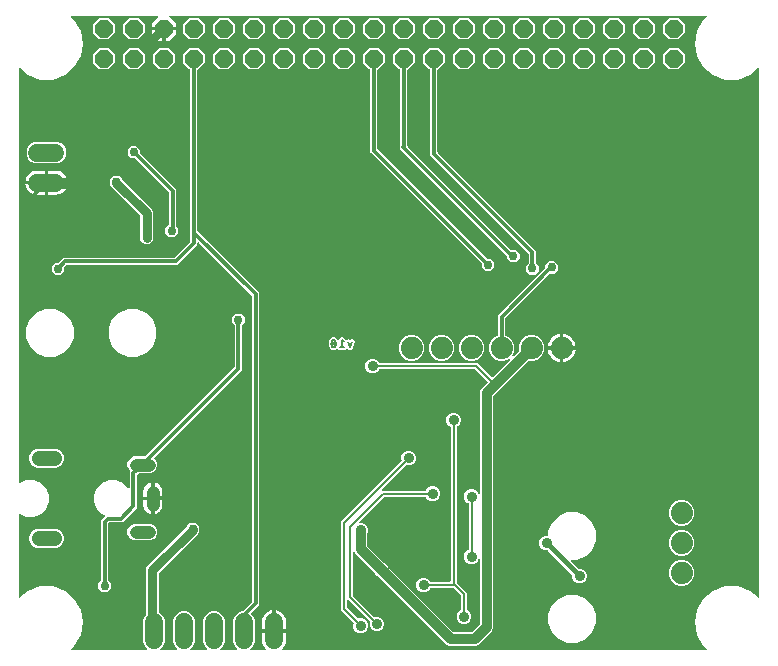
<source format=gbr>
G04 EAGLE Gerber RS-274X export*
G75*
%MOMM*%
%FSLAX34Y34*%
%LPD*%
%INBottom Copper*%
%IPPOS*%
%AMOC8*
5,1,8,0,0,1.08239X$1,22.5*%
G01*
%ADD10C,0.152400*%
%ADD11C,1.879600*%
%ADD12C,1.524000*%
%ADD13P,1.649562X8X22.500000*%
%ADD14C,1.308000*%
%ADD15C,1.108000*%
%ADD16C,0.914400*%
%ADD17C,0.900000*%
%ADD18C,0.700000*%
%ADD19C,0.756400*%
%ADD20C,0.300000*%
%ADD21C,0.203200*%
%ADD22C,0.406400*%
%ADD23C,0.812800*%
%ADD24C,0.800000*%

G36*
X119850Y11442D02*
X119850Y11442D01*
X119921Y11444D01*
X119970Y11462D01*
X120022Y11470D01*
X120085Y11504D01*
X120152Y11529D01*
X120193Y11561D01*
X120239Y11586D01*
X120288Y11638D01*
X120344Y11682D01*
X120373Y11726D01*
X120408Y11764D01*
X120439Y11829D01*
X120477Y11889D01*
X120490Y11940D01*
X120512Y11987D01*
X120520Y12058D01*
X120537Y12128D01*
X120533Y12180D01*
X120539Y12231D01*
X120524Y12302D01*
X120518Y12373D01*
X120498Y12421D01*
X120487Y12472D01*
X120450Y12533D01*
X120422Y12599D01*
X120377Y12655D01*
X120361Y12683D01*
X120343Y12698D01*
X120317Y12730D01*
X118247Y14800D01*
X116855Y18161D01*
X116855Y37039D01*
X118247Y40400D01*
X119052Y41205D01*
X119105Y41279D01*
X119165Y41348D01*
X119177Y41378D01*
X119196Y41405D01*
X119223Y41492D01*
X119257Y41576D01*
X119261Y41617D01*
X119268Y41640D01*
X119267Y41672D01*
X119275Y41743D01*
X119275Y80299D01*
X120116Y82330D01*
X153370Y115583D01*
X153423Y115657D01*
X153483Y115727D01*
X153495Y115757D01*
X153514Y115783D01*
X153541Y115870D01*
X153575Y115955D01*
X153579Y115996D01*
X153586Y116018D01*
X153585Y116050D01*
X153590Y116095D01*
X153891Y116396D01*
X153930Y116449D01*
X153975Y116496D01*
X154016Y116569D01*
X154035Y116596D01*
X154041Y116614D01*
X154056Y116643D01*
X154216Y117030D01*
X155770Y118584D01*
X156157Y118744D01*
X156213Y118778D01*
X156273Y118804D01*
X156338Y118856D01*
X156366Y118873D01*
X156378Y118888D01*
X156404Y118909D01*
X156702Y119207D01*
X157123Y119207D01*
X157188Y119217D01*
X157254Y119218D01*
X157334Y119241D01*
X157366Y119246D01*
X157383Y119256D01*
X157415Y119265D01*
X157801Y119425D01*
X159999Y119425D01*
X160385Y119265D01*
X160449Y119250D01*
X160510Y119225D01*
X160593Y119216D01*
X160625Y119209D01*
X160644Y119210D01*
X160677Y119207D01*
X161098Y119207D01*
X161396Y118909D01*
X161449Y118870D01*
X161496Y118825D01*
X161569Y118784D01*
X161596Y118765D01*
X161614Y118759D01*
X161643Y118744D01*
X162030Y118584D01*
X163584Y117030D01*
X163744Y116643D01*
X163778Y116587D01*
X163804Y116527D01*
X163856Y116462D01*
X163873Y116434D01*
X163888Y116422D01*
X163909Y116396D01*
X164207Y116098D01*
X164207Y115677D01*
X164217Y115612D01*
X164218Y115546D01*
X164241Y115466D01*
X164246Y115434D01*
X164256Y115417D01*
X164265Y115385D01*
X164425Y114999D01*
X164425Y112201D01*
X164265Y111815D01*
X164250Y111751D01*
X164225Y111690D01*
X164225Y111684D01*
X164209Y111655D01*
X164189Y111629D01*
X164184Y111610D01*
X164168Y111581D01*
X163584Y110170D01*
X130548Y77135D01*
X130495Y77061D01*
X130435Y76991D01*
X130423Y76961D01*
X130404Y76935D01*
X130377Y76848D01*
X130343Y76763D01*
X130339Y76722D01*
X130332Y76700D01*
X130333Y76668D01*
X130325Y76596D01*
X130325Y43835D01*
X130344Y43721D01*
X130361Y43605D01*
X130363Y43599D01*
X130364Y43593D01*
X130419Y43490D01*
X130472Y43385D01*
X130477Y43381D01*
X130480Y43375D01*
X130564Y43296D01*
X130648Y43213D01*
X130654Y43209D01*
X130658Y43206D01*
X130675Y43198D01*
X130795Y43132D01*
X131180Y42973D01*
X133753Y40400D01*
X135145Y37039D01*
X135145Y18161D01*
X133753Y14800D01*
X131683Y12730D01*
X131641Y12672D01*
X131592Y12620D01*
X131570Y12573D01*
X131539Y12531D01*
X131518Y12462D01*
X131488Y12397D01*
X131482Y12345D01*
X131467Y12295D01*
X131469Y12224D01*
X131461Y12153D01*
X131472Y12102D01*
X131473Y12050D01*
X131498Y11982D01*
X131513Y11912D01*
X131540Y11867D01*
X131558Y11819D01*
X131603Y11763D01*
X131639Y11701D01*
X131679Y11667D01*
X131711Y11627D01*
X131772Y11588D01*
X131826Y11541D01*
X131875Y11522D01*
X131918Y11494D01*
X131988Y11476D01*
X132054Y11449D01*
X132126Y11441D01*
X132157Y11433D01*
X132180Y11435D01*
X132221Y11431D01*
X145179Y11431D01*
X145250Y11442D01*
X145321Y11444D01*
X145370Y11462D01*
X145422Y11470D01*
X145485Y11504D01*
X145552Y11529D01*
X145593Y11561D01*
X145639Y11586D01*
X145688Y11638D01*
X145744Y11682D01*
X145773Y11726D01*
X145808Y11764D01*
X145839Y11829D01*
X145877Y11889D01*
X145890Y11940D01*
X145912Y11987D01*
X145920Y12058D01*
X145937Y12128D01*
X145933Y12180D01*
X145939Y12231D01*
X145924Y12302D01*
X145918Y12373D01*
X145898Y12421D01*
X145887Y12472D01*
X145850Y12533D01*
X145822Y12599D01*
X145777Y12655D01*
X145761Y12683D01*
X145743Y12698D01*
X145717Y12730D01*
X143647Y14800D01*
X142255Y18161D01*
X142255Y37039D01*
X143647Y40400D01*
X146220Y42973D01*
X149581Y44365D01*
X153219Y44365D01*
X156580Y42973D01*
X159153Y40400D01*
X160545Y37039D01*
X160545Y18161D01*
X159153Y14800D01*
X157083Y12730D01*
X157041Y12672D01*
X156992Y12620D01*
X156970Y12573D01*
X156939Y12531D01*
X156918Y12462D01*
X156888Y12397D01*
X156882Y12345D01*
X156867Y12295D01*
X156869Y12224D01*
X156861Y12153D01*
X156872Y12102D01*
X156873Y12050D01*
X156898Y11982D01*
X156913Y11912D01*
X156940Y11867D01*
X156958Y11819D01*
X157003Y11763D01*
X157039Y11701D01*
X157079Y11667D01*
X157111Y11627D01*
X157172Y11588D01*
X157226Y11541D01*
X157275Y11522D01*
X157318Y11494D01*
X157388Y11476D01*
X157454Y11449D01*
X157526Y11441D01*
X157557Y11433D01*
X157580Y11435D01*
X157621Y11431D01*
X170579Y11431D01*
X170650Y11442D01*
X170721Y11444D01*
X170770Y11462D01*
X170822Y11470D01*
X170885Y11504D01*
X170952Y11529D01*
X170993Y11561D01*
X171039Y11586D01*
X171088Y11638D01*
X171144Y11682D01*
X171173Y11726D01*
X171208Y11764D01*
X171239Y11829D01*
X171277Y11889D01*
X171290Y11940D01*
X171312Y11987D01*
X171320Y12058D01*
X171337Y12128D01*
X171333Y12180D01*
X171339Y12231D01*
X171324Y12302D01*
X171318Y12373D01*
X171298Y12421D01*
X171287Y12472D01*
X171250Y12533D01*
X171222Y12599D01*
X171177Y12655D01*
X171161Y12683D01*
X171143Y12698D01*
X171117Y12730D01*
X169047Y14800D01*
X167655Y18161D01*
X167655Y37039D01*
X169047Y40400D01*
X171620Y42973D01*
X174981Y44365D01*
X178619Y44365D01*
X181980Y42973D01*
X184553Y40400D01*
X185945Y37039D01*
X185945Y18161D01*
X184553Y14800D01*
X182483Y12730D01*
X182441Y12672D01*
X182392Y12620D01*
X182370Y12573D01*
X182339Y12531D01*
X182318Y12462D01*
X182288Y12397D01*
X182282Y12345D01*
X182267Y12295D01*
X182269Y12224D01*
X182261Y12153D01*
X182272Y12102D01*
X182273Y12050D01*
X182298Y11982D01*
X182313Y11912D01*
X182340Y11867D01*
X182358Y11819D01*
X182403Y11763D01*
X182439Y11701D01*
X182479Y11667D01*
X182511Y11627D01*
X182572Y11588D01*
X182626Y11541D01*
X182675Y11522D01*
X182718Y11494D01*
X182788Y11476D01*
X182854Y11449D01*
X182926Y11441D01*
X182957Y11433D01*
X182980Y11435D01*
X183021Y11431D01*
X195979Y11431D01*
X196050Y11442D01*
X196121Y11444D01*
X196170Y11462D01*
X196222Y11470D01*
X196285Y11504D01*
X196352Y11529D01*
X196393Y11561D01*
X196439Y11586D01*
X196488Y11638D01*
X196544Y11682D01*
X196573Y11726D01*
X196608Y11764D01*
X196639Y11829D01*
X196677Y11889D01*
X196690Y11940D01*
X196712Y11987D01*
X196720Y12058D01*
X196737Y12128D01*
X196733Y12180D01*
X196739Y12231D01*
X196724Y12302D01*
X196718Y12373D01*
X196698Y12421D01*
X196687Y12472D01*
X196650Y12533D01*
X196622Y12599D01*
X196577Y12655D01*
X196561Y12683D01*
X196543Y12698D01*
X196517Y12730D01*
X194447Y14800D01*
X193055Y18161D01*
X193055Y37039D01*
X194447Y40400D01*
X197020Y42973D01*
X200381Y44365D01*
X200672Y44365D01*
X200762Y44379D01*
X200853Y44387D01*
X200883Y44399D01*
X200915Y44404D01*
X200995Y44447D01*
X201079Y44483D01*
X201111Y44509D01*
X201132Y44520D01*
X201154Y44543D01*
X201210Y44588D01*
X208952Y52330D01*
X209005Y52404D01*
X209065Y52473D01*
X209077Y52503D01*
X209096Y52530D01*
X209123Y52617D01*
X209157Y52701D01*
X209161Y52742D01*
X209168Y52765D01*
X209167Y52797D01*
X209175Y52868D01*
X209175Y311132D01*
X209161Y311222D01*
X209153Y311313D01*
X209141Y311343D01*
X209136Y311375D01*
X209093Y311455D01*
X209057Y311539D01*
X209031Y311571D01*
X209020Y311592D01*
X208997Y311614D01*
X208952Y311670D01*
X164224Y356398D01*
X164166Y356440D01*
X164114Y356489D01*
X164067Y356511D01*
X164025Y356542D01*
X163956Y356563D01*
X163891Y356593D01*
X163839Y356599D01*
X163789Y356614D01*
X163718Y356612D01*
X163647Y356620D01*
X163596Y356609D01*
X163544Y356608D01*
X163476Y356583D01*
X163406Y356568D01*
X163361Y356541D01*
X163313Y356523D01*
X163257Y356478D01*
X163195Y356442D01*
X163161Y356402D01*
X163121Y356370D01*
X163082Y356309D01*
X163035Y356255D01*
X163016Y356206D01*
X162988Y356163D01*
X162970Y356093D01*
X162943Y356027D01*
X162935Y355955D01*
X162927Y355924D01*
X162929Y355901D01*
X162925Y355860D01*
X162925Y354547D01*
X145853Y337475D01*
X52568Y337475D01*
X52478Y337461D01*
X52387Y337453D01*
X52357Y337441D01*
X52325Y337436D01*
X52245Y337393D01*
X52161Y337357D01*
X52129Y337331D01*
X52108Y337320D01*
X52086Y337297D01*
X52030Y337252D01*
X50330Y335552D01*
X50277Y335478D01*
X50217Y335409D01*
X50205Y335379D01*
X50186Y335352D01*
X50159Y335265D01*
X50125Y335181D01*
X50121Y335140D01*
X50114Y335117D01*
X50115Y335085D01*
X50107Y335014D01*
X50107Y332102D01*
X46998Y328993D01*
X42602Y328993D01*
X39493Y332102D01*
X39493Y336498D01*
X42602Y339607D01*
X45514Y339607D01*
X45604Y339621D01*
X45695Y339629D01*
X45725Y339641D01*
X45757Y339646D01*
X45837Y339689D01*
X45921Y339725D01*
X45953Y339751D01*
X45974Y339762D01*
X45996Y339785D01*
X46052Y339830D01*
X49747Y343525D01*
X143032Y343525D01*
X143122Y343539D01*
X143213Y343547D01*
X143243Y343559D01*
X143275Y343564D01*
X143355Y343607D01*
X143439Y343643D01*
X143471Y343669D01*
X143492Y343680D01*
X143514Y343703D01*
X143570Y343748D01*
X156652Y356830D01*
X156705Y356904D01*
X156765Y356973D01*
X156777Y357003D01*
X156796Y357030D01*
X156823Y357117D01*
X156857Y357201D01*
X156861Y357242D01*
X156868Y357265D01*
X156867Y357297D01*
X156875Y357368D01*
X156875Y502394D01*
X156872Y502414D01*
X156874Y502433D01*
X156852Y502535D01*
X156836Y502637D01*
X156826Y502654D01*
X156822Y502674D01*
X156769Y502763D01*
X156720Y502854D01*
X156706Y502868D01*
X156696Y502885D01*
X156617Y502952D01*
X156542Y503024D01*
X156524Y503032D01*
X156509Y503045D01*
X156413Y503084D01*
X156319Y503127D01*
X156299Y503129D01*
X156281Y503137D01*
X156114Y503155D01*
X156112Y503155D01*
X150755Y508512D01*
X150755Y516088D01*
X156112Y521445D01*
X163688Y521445D01*
X169045Y516088D01*
X169045Y508512D01*
X163688Y503155D01*
X163686Y503155D01*
X163666Y503152D01*
X163647Y503154D01*
X163545Y503132D01*
X163443Y503116D01*
X163426Y503106D01*
X163406Y503102D01*
X163317Y503049D01*
X163226Y503000D01*
X163212Y502986D01*
X163195Y502976D01*
X163128Y502897D01*
X163056Y502822D01*
X163048Y502804D01*
X163035Y502789D01*
X162996Y502693D01*
X162953Y502599D01*
X162951Y502579D01*
X162943Y502561D01*
X162925Y502394D01*
X162925Y366568D01*
X162939Y366478D01*
X162947Y366387D01*
X162959Y366357D01*
X162964Y366325D01*
X163007Y366245D01*
X163043Y366161D01*
X163069Y366129D01*
X163080Y366108D01*
X163103Y366086D01*
X163148Y366030D01*
X215225Y313953D01*
X215225Y50047D01*
X213230Y48052D01*
X208303Y43126D01*
X208292Y43110D01*
X208276Y43097D01*
X208220Y43010D01*
X208160Y42926D01*
X208154Y42907D01*
X208143Y42890D01*
X208118Y42790D01*
X208087Y42691D01*
X208088Y42671D01*
X208083Y42652D01*
X208091Y42549D01*
X208094Y42445D01*
X208101Y42426D01*
X208102Y42407D01*
X208143Y42312D01*
X208178Y42214D01*
X208191Y42198D01*
X208199Y42180D01*
X208303Y42049D01*
X209953Y40400D01*
X211345Y37039D01*
X211345Y18161D01*
X209953Y14800D01*
X207883Y12730D01*
X207841Y12672D01*
X207792Y12620D01*
X207770Y12573D01*
X207739Y12531D01*
X207718Y12462D01*
X207688Y12397D01*
X207682Y12345D01*
X207667Y12295D01*
X207669Y12224D01*
X207661Y12153D01*
X207672Y12102D01*
X207673Y12050D01*
X207698Y11982D01*
X207713Y11912D01*
X207740Y11867D01*
X207758Y11819D01*
X207803Y11763D01*
X207839Y11701D01*
X207879Y11667D01*
X207911Y11627D01*
X207972Y11588D01*
X208026Y11541D01*
X208075Y11522D01*
X208118Y11494D01*
X208188Y11476D01*
X208254Y11449D01*
X208326Y11441D01*
X208357Y11433D01*
X208380Y11435D01*
X208421Y11431D01*
X219942Y11431D01*
X220013Y11442D01*
X220084Y11444D01*
X220133Y11462D01*
X220185Y11470D01*
X220248Y11504D01*
X220315Y11529D01*
X220356Y11561D01*
X220402Y11586D01*
X220451Y11637D01*
X220507Y11682D01*
X220536Y11726D01*
X220572Y11764D01*
X220602Y11829D01*
X220640Y11889D01*
X220653Y11940D01*
X220675Y11987D01*
X220683Y12058D01*
X220701Y12128D01*
X220696Y12180D01*
X220702Y12231D01*
X220687Y12302D01*
X220681Y12373D01*
X220661Y12421D01*
X220650Y12472D01*
X220613Y12533D01*
X220585Y12599D01*
X220540Y12655D01*
X220524Y12683D01*
X220506Y12698D01*
X220480Y12730D01*
X219850Y13361D01*
X218910Y14655D01*
X218184Y16080D01*
X217689Y17601D01*
X217439Y19180D01*
X217439Y26077D01*
X226838Y26077D01*
X226858Y26080D01*
X226877Y26078D01*
X226979Y26100D01*
X227081Y26117D01*
X227098Y26126D01*
X227118Y26130D01*
X227207Y26183D01*
X227298Y26232D01*
X227312Y26246D01*
X227329Y26256D01*
X227396Y26335D01*
X227467Y26410D01*
X227476Y26428D01*
X227489Y26443D01*
X227527Y26539D01*
X227571Y26633D01*
X227573Y26653D01*
X227581Y26671D01*
X227599Y26838D01*
X227599Y27601D01*
X227601Y27601D01*
X227601Y26838D01*
X227604Y26818D01*
X227602Y26799D01*
X227624Y26697D01*
X227641Y26595D01*
X227650Y26578D01*
X227654Y26558D01*
X227707Y26469D01*
X227756Y26378D01*
X227770Y26364D01*
X227780Y26347D01*
X227859Y26280D01*
X227934Y26209D01*
X227952Y26200D01*
X227967Y26187D01*
X228063Y26148D01*
X228157Y26105D01*
X228177Y26103D01*
X228195Y26095D01*
X228362Y26077D01*
X237761Y26077D01*
X237761Y19180D01*
X237511Y17601D01*
X237016Y16080D01*
X236290Y14655D01*
X235350Y13361D01*
X234720Y12730D01*
X234678Y12672D01*
X234628Y12620D01*
X234607Y12573D01*
X234576Y12531D01*
X234555Y12462D01*
X234525Y12397D01*
X234519Y12345D01*
X234504Y12295D01*
X234506Y12224D01*
X234498Y12153D01*
X234509Y12102D01*
X234510Y12050D01*
X234535Y11982D01*
X234550Y11912D01*
X234577Y11867D01*
X234595Y11819D01*
X234639Y11763D01*
X234676Y11701D01*
X234716Y11667D01*
X234748Y11627D01*
X234809Y11588D01*
X234863Y11541D01*
X234911Y11522D01*
X234955Y11494D01*
X235025Y11476D01*
X235091Y11449D01*
X235163Y11441D01*
X235194Y11433D01*
X235217Y11435D01*
X235258Y11431D01*
X593519Y11431D01*
X593622Y11448D01*
X593726Y11459D01*
X593744Y11467D01*
X593762Y11470D01*
X593854Y11519D01*
X593949Y11564D01*
X593963Y11577D01*
X593980Y11586D01*
X594051Y11661D01*
X594127Y11734D01*
X594136Y11750D01*
X594149Y11764D01*
X594193Y11859D01*
X594242Y11951D01*
X594245Y11970D01*
X594253Y11987D01*
X594264Y12091D01*
X594281Y12194D01*
X594278Y12213D01*
X594280Y12231D01*
X594257Y12333D01*
X594240Y12437D01*
X594231Y12453D01*
X594227Y12472D01*
X594174Y12561D01*
X594125Y12654D01*
X594109Y12671D01*
X594101Y12683D01*
X594077Y12704D01*
X594009Y12775D01*
X591261Y15081D01*
X585880Y24401D01*
X584011Y35000D01*
X585880Y45599D01*
X591261Y54919D01*
X599505Y61837D01*
X609619Y65518D01*
X620381Y65518D01*
X630495Y61837D01*
X637319Y56111D01*
X637352Y56091D01*
X637380Y56065D01*
X637457Y56029D01*
X637530Y55985D01*
X637568Y55977D01*
X637603Y55961D01*
X637687Y55952D01*
X637771Y55934D01*
X637809Y55938D01*
X637847Y55934D01*
X637930Y55952D01*
X638015Y55962D01*
X638050Y55978D01*
X638088Y55986D01*
X638161Y56030D01*
X638238Y56066D01*
X638266Y56093D01*
X638299Y56112D01*
X638354Y56177D01*
X638416Y56236D01*
X638434Y56270D01*
X638459Y56299D01*
X638491Y56378D01*
X638530Y56453D01*
X638536Y56492D01*
X638551Y56527D01*
X638569Y56694D01*
X638569Y503306D01*
X638563Y503344D01*
X638565Y503383D01*
X638543Y503465D01*
X638530Y503549D01*
X638511Y503583D01*
X638501Y503620D01*
X638454Y503691D01*
X638414Y503766D01*
X638386Y503792D01*
X638365Y503825D01*
X638298Y503877D01*
X638236Y503935D01*
X638201Y503952D01*
X638170Y503975D01*
X638090Y504003D01*
X638013Y504039D01*
X637975Y504043D01*
X637938Y504056D01*
X637853Y504057D01*
X637769Y504066D01*
X637731Y504058D01*
X637692Y504058D01*
X637611Y504032D01*
X637528Y504014D01*
X637495Y503994D01*
X637458Y503982D01*
X637319Y503889D01*
X630495Y498163D01*
X620381Y494482D01*
X609619Y494482D01*
X599505Y498163D01*
X591261Y505081D01*
X585880Y514401D01*
X584011Y525000D01*
X585880Y535599D01*
X591261Y544919D01*
X594009Y547225D01*
X594077Y547304D01*
X594149Y547380D01*
X594157Y547397D01*
X594169Y547411D01*
X594208Y547508D01*
X594253Y547603D01*
X594255Y547622D01*
X594262Y547639D01*
X594268Y547744D01*
X594280Y547847D01*
X594276Y547866D01*
X594277Y547885D01*
X594250Y547985D01*
X594227Y548088D01*
X594218Y548104D01*
X594213Y548122D01*
X594155Y548209D01*
X594101Y548299D01*
X594087Y548311D01*
X594076Y548327D01*
X593994Y548391D01*
X593914Y548459D01*
X593897Y548466D01*
X593882Y548477D01*
X593783Y548512D01*
X593686Y548551D01*
X593663Y548553D01*
X593649Y548558D01*
X593618Y548558D01*
X593519Y548569D01*
X139838Y548569D01*
X139767Y548558D01*
X139696Y548556D01*
X139647Y548538D01*
X139595Y548530D01*
X139532Y548496D01*
X139465Y548471D01*
X139424Y548439D01*
X139378Y548414D01*
X139328Y548362D01*
X139272Y548318D01*
X139244Y548274D01*
X139208Y548236D01*
X139178Y548171D01*
X139139Y548111D01*
X139127Y548060D01*
X139105Y548013D01*
X139097Y547942D01*
X139079Y547872D01*
X139083Y547820D01*
X139078Y547769D01*
X139093Y547698D01*
X139099Y547627D01*
X139119Y547579D01*
X139130Y547528D01*
X139167Y547467D01*
X139195Y547401D01*
X139240Y547345D01*
X139256Y547317D01*
X139274Y547302D01*
X139300Y547270D01*
X144661Y541909D01*
X144661Y539223D01*
X135262Y539223D01*
X135242Y539220D01*
X135223Y539222D01*
X135121Y539200D01*
X135019Y539183D01*
X135002Y539174D01*
X134982Y539170D01*
X134893Y539117D01*
X134802Y539068D01*
X134788Y539054D01*
X134771Y539044D01*
X134704Y538965D01*
X134633Y538890D01*
X134624Y538872D01*
X134611Y538857D01*
X134573Y538761D01*
X134529Y538667D01*
X134527Y538647D01*
X134519Y538629D01*
X134501Y538462D01*
X134501Y537699D01*
X134499Y537699D01*
X134499Y538462D01*
X134496Y538482D01*
X134498Y538501D01*
X134476Y538603D01*
X134459Y538705D01*
X134450Y538722D01*
X134446Y538742D01*
X134393Y538831D01*
X134344Y538922D01*
X134330Y538936D01*
X134320Y538953D01*
X134241Y539020D01*
X134166Y539091D01*
X134148Y539100D01*
X134133Y539113D01*
X134037Y539152D01*
X133943Y539195D01*
X133923Y539197D01*
X133905Y539205D01*
X133738Y539223D01*
X124339Y539223D01*
X124339Y541909D01*
X129700Y547270D01*
X129742Y547328D01*
X129792Y547380D01*
X129813Y547427D01*
X129844Y547469D01*
X129865Y547538D01*
X129895Y547603D01*
X129901Y547655D01*
X129916Y547705D01*
X129914Y547776D01*
X129922Y547847D01*
X129911Y547898D01*
X129910Y547950D01*
X129885Y548018D01*
X129870Y548088D01*
X129843Y548133D01*
X129825Y548181D01*
X129781Y548237D01*
X129744Y548299D01*
X129704Y548333D01*
X129672Y548373D01*
X129611Y548412D01*
X129557Y548459D01*
X129509Y548478D01*
X129465Y548506D01*
X129395Y548524D01*
X129329Y548551D01*
X129257Y548559D01*
X129226Y548567D01*
X129203Y548565D01*
X129162Y548569D01*
X56481Y548569D01*
X56378Y548552D01*
X56274Y548541D01*
X56256Y548533D01*
X56238Y548530D01*
X56146Y548481D01*
X56051Y548436D01*
X56037Y548423D01*
X56020Y548414D01*
X55949Y548339D01*
X55873Y548266D01*
X55864Y548250D01*
X55851Y548236D01*
X55807Y548141D01*
X55758Y548049D01*
X55755Y548030D01*
X55747Y548013D01*
X55736Y547909D01*
X55719Y547806D01*
X55722Y547787D01*
X55720Y547769D01*
X55743Y547667D01*
X55760Y547563D01*
X55769Y547547D01*
X55773Y547528D01*
X55826Y547439D01*
X55875Y547346D01*
X55891Y547329D01*
X55899Y547317D01*
X55923Y547296D01*
X55991Y547225D01*
X58739Y544919D01*
X64120Y535599D01*
X65989Y525000D01*
X64120Y514401D01*
X58739Y505081D01*
X50495Y498163D01*
X40381Y494482D01*
X29619Y494482D01*
X19505Y498163D01*
X12681Y503889D01*
X12648Y503909D01*
X12620Y503935D01*
X12543Y503971D01*
X12470Y504015D01*
X12432Y504023D01*
X12397Y504039D01*
X12313Y504048D01*
X12229Y504066D01*
X12191Y504062D01*
X12153Y504066D01*
X12070Y504048D01*
X11985Y504038D01*
X11950Y504022D01*
X11912Y504014D01*
X11839Y503970D01*
X11762Y503934D01*
X11734Y503907D01*
X11701Y503888D01*
X11646Y503823D01*
X11584Y503764D01*
X11566Y503730D01*
X11541Y503701D01*
X11509Y503622D01*
X11470Y503547D01*
X11464Y503508D01*
X11449Y503473D01*
X11431Y503306D01*
X11431Y154044D01*
X11438Y153999D01*
X11436Y153953D01*
X11458Y153878D01*
X11470Y153801D01*
X11492Y153760D01*
X11505Y153716D01*
X11549Y153652D01*
X11586Y153584D01*
X11619Y153552D01*
X11645Y153514D01*
X11708Y153468D01*
X11764Y153414D01*
X11806Y153395D01*
X11842Y153368D01*
X11916Y153343D01*
X11987Y153311D01*
X12033Y153306D01*
X12076Y153291D01*
X12154Y153292D01*
X12231Y153284D01*
X12276Y153293D01*
X12322Y153294D01*
X12454Y153332D01*
X12472Y153336D01*
X12476Y153338D01*
X12483Y153340D01*
X18085Y155661D01*
X24315Y155661D01*
X30071Y153277D01*
X34477Y148871D01*
X36861Y143115D01*
X36861Y136885D01*
X34477Y131129D01*
X30071Y126723D01*
X24315Y124339D01*
X18085Y124339D01*
X12483Y126660D01*
X12439Y126670D01*
X12397Y126689D01*
X12320Y126698D01*
X12244Y126716D01*
X12198Y126711D01*
X12153Y126716D01*
X12076Y126700D01*
X11999Y126693D01*
X11957Y126674D01*
X11912Y126664D01*
X11845Y126624D01*
X11774Y126593D01*
X11740Y126562D01*
X11701Y126538D01*
X11650Y126479D01*
X11593Y126426D01*
X11571Y126386D01*
X11541Y126351D01*
X11512Y126279D01*
X11475Y126211D01*
X11466Y126166D01*
X11449Y126123D01*
X11434Y125987D01*
X11431Y125969D01*
X11432Y125964D01*
X11431Y125956D01*
X11431Y56694D01*
X11437Y56656D01*
X11435Y56617D01*
X11457Y56535D01*
X11470Y56451D01*
X11489Y56417D01*
X11499Y56380D01*
X11546Y56309D01*
X11586Y56234D01*
X11614Y56208D01*
X11635Y56175D01*
X11702Y56123D01*
X11764Y56065D01*
X11799Y56048D01*
X11830Y56025D01*
X11910Y55997D01*
X11987Y55961D01*
X12025Y55957D01*
X12062Y55944D01*
X12147Y55943D01*
X12231Y55934D01*
X12269Y55942D01*
X12308Y55942D01*
X12389Y55968D01*
X12472Y55986D01*
X12505Y56006D01*
X12542Y56018D01*
X12681Y56111D01*
X19505Y61837D01*
X29619Y65518D01*
X40381Y65518D01*
X50495Y61837D01*
X58739Y54919D01*
X64120Y45599D01*
X65989Y35000D01*
X64120Y24401D01*
X58739Y15081D01*
X55991Y12775D01*
X55923Y12696D01*
X55851Y12620D01*
X55843Y12603D01*
X55831Y12589D01*
X55792Y12492D01*
X55747Y12397D01*
X55745Y12378D01*
X55738Y12361D01*
X55732Y12256D01*
X55720Y12153D01*
X55724Y12134D01*
X55723Y12115D01*
X55750Y12015D01*
X55773Y11912D01*
X55782Y11896D01*
X55787Y11878D01*
X55845Y11791D01*
X55899Y11701D01*
X55913Y11689D01*
X55924Y11673D01*
X56006Y11609D01*
X56086Y11541D01*
X56103Y11534D01*
X56118Y11523D01*
X56217Y11488D01*
X56314Y11449D01*
X56337Y11447D01*
X56351Y11442D01*
X56382Y11442D01*
X56481Y11431D01*
X119779Y11431D01*
X119850Y11442D01*
G37*
%LPC*%
G36*
X388707Y14723D02*
X388707Y14723D01*
X387621Y15173D01*
X387557Y15188D01*
X387496Y15213D01*
X387413Y15222D01*
X387381Y15229D01*
X387362Y15228D01*
X387329Y15231D01*
X376108Y15231D01*
X374054Y16082D01*
X372375Y17761D01*
X316680Y73456D01*
X316627Y73495D01*
X316580Y73541D01*
X316507Y73581D01*
X316480Y73600D01*
X316462Y73606D01*
X316433Y73621D01*
X315346Y74071D01*
X313631Y75786D01*
X313181Y76873D01*
X313147Y76929D01*
X313121Y76989D01*
X313069Y77054D01*
X313052Y77082D01*
X313037Y77095D01*
X313016Y77120D01*
X297961Y92175D01*
X296282Y93854D01*
X296135Y94209D01*
X296084Y94292D01*
X296038Y94378D01*
X296019Y94395D01*
X296006Y94418D01*
X295931Y94480D01*
X295860Y94547D01*
X295836Y94558D01*
X295816Y94575D01*
X295725Y94609D01*
X295637Y94651D01*
X295611Y94653D01*
X295587Y94663D01*
X295489Y94667D01*
X295393Y94678D01*
X295367Y94672D01*
X295341Y94673D01*
X295247Y94646D01*
X295152Y94625D01*
X295130Y94612D01*
X295105Y94605D01*
X295025Y94549D01*
X294941Y94499D01*
X294924Y94479D01*
X294903Y94464D01*
X294845Y94386D01*
X294781Y94312D01*
X294771Y94288D01*
X294756Y94267D01*
X294726Y94175D01*
X294689Y94084D01*
X294686Y94052D01*
X294680Y94033D01*
X294680Y94000D01*
X294671Y93917D01*
X294671Y57748D01*
X294685Y57658D01*
X294693Y57567D01*
X294705Y57537D01*
X294710Y57505D01*
X294753Y57424D01*
X294789Y57340D01*
X294815Y57308D01*
X294826Y57288D01*
X294849Y57265D01*
X294894Y57209D01*
X312505Y39598D01*
X312599Y39531D01*
X312694Y39460D01*
X312700Y39458D01*
X312705Y39455D01*
X312816Y39420D01*
X312927Y39384D01*
X312934Y39384D01*
X312940Y39382D01*
X313056Y39385D01*
X313173Y39387D01*
X313181Y39389D01*
X313186Y39389D01*
X313203Y39395D01*
X313334Y39433D01*
X313777Y39617D01*
X316203Y39617D01*
X318444Y38689D01*
X320159Y36974D01*
X321087Y34733D01*
X321087Y32307D01*
X320159Y30066D01*
X318444Y28351D01*
X316203Y27423D01*
X313777Y27423D01*
X311536Y28351D01*
X309821Y30066D01*
X308893Y32307D01*
X308893Y34733D01*
X309077Y35176D01*
X309103Y35289D01*
X309132Y35403D01*
X309131Y35409D01*
X309133Y35415D01*
X309122Y35530D01*
X309113Y35648D01*
X309110Y35654D01*
X309110Y35660D01*
X309062Y35767D01*
X309017Y35874D01*
X309012Y35880D01*
X309010Y35885D01*
X308997Y35898D01*
X308912Y36005D01*
X291301Y53616D01*
X290890Y54027D01*
X290832Y54068D01*
X290780Y54118D01*
X290733Y54140D01*
X290691Y54170D01*
X290622Y54191D01*
X290557Y54221D01*
X290505Y54227D01*
X290455Y54243D01*
X290384Y54241D01*
X290313Y54249D01*
X290262Y54237D01*
X290210Y54236D01*
X290142Y54212D01*
X290072Y54196D01*
X290027Y54170D01*
X289979Y54152D01*
X289923Y54107D01*
X289861Y54070D01*
X289827Y54031D01*
X289787Y53998D01*
X289748Y53938D01*
X289701Y53883D01*
X289682Y53835D01*
X289654Y53791D01*
X289636Y53722D01*
X289609Y53655D01*
X289601Y53584D01*
X289593Y53553D01*
X289595Y53529D01*
X289591Y53488D01*
X289591Y47588D01*
X289605Y47498D01*
X289613Y47407D01*
X289625Y47377D01*
X289630Y47345D01*
X289673Y47264D01*
X289709Y47180D01*
X289735Y47148D01*
X289746Y47128D01*
X289769Y47105D01*
X289814Y47049D01*
X298535Y38328D01*
X298629Y38261D01*
X298724Y38190D01*
X298730Y38188D01*
X298735Y38185D01*
X298846Y38150D01*
X298957Y38114D01*
X298964Y38114D01*
X298970Y38112D01*
X299086Y38115D01*
X299203Y38117D01*
X299211Y38119D01*
X299216Y38119D01*
X299233Y38125D01*
X299364Y38163D01*
X299807Y38347D01*
X302233Y38347D01*
X304474Y37419D01*
X306189Y35704D01*
X307117Y33463D01*
X307117Y31037D01*
X306189Y28796D01*
X304474Y27081D01*
X302233Y26153D01*
X299807Y26153D01*
X297566Y27081D01*
X295851Y28796D01*
X294923Y31037D01*
X294923Y33463D01*
X295107Y33906D01*
X295133Y34019D01*
X295162Y34133D01*
X295161Y34139D01*
X295163Y34145D01*
X295152Y34261D01*
X295143Y34378D01*
X295140Y34384D01*
X295140Y34390D01*
X295092Y34497D01*
X295047Y34604D01*
X295042Y34610D01*
X295040Y34615D01*
X295027Y34628D01*
X294942Y34735D01*
X286221Y43456D01*
X286220Y43456D01*
X284509Y45168D01*
X284509Y120297D01*
X335582Y171370D01*
X335649Y171464D01*
X335720Y171559D01*
X335722Y171565D01*
X335725Y171570D01*
X335760Y171681D01*
X335796Y171792D01*
X335796Y171799D01*
X335798Y171805D01*
X335795Y171921D01*
X335793Y172038D01*
X335791Y172046D01*
X335791Y172051D01*
X335785Y172068D01*
X335747Y172199D01*
X335563Y172642D01*
X335563Y175068D01*
X336491Y177309D01*
X338206Y179024D01*
X340447Y179952D01*
X342873Y179952D01*
X345114Y179024D01*
X346829Y177309D01*
X347757Y175068D01*
X347757Y172642D01*
X346829Y170401D01*
X345114Y168686D01*
X342873Y167758D01*
X340447Y167758D01*
X340004Y167942D01*
X339891Y167968D01*
X339777Y167997D01*
X339771Y167996D01*
X339765Y167998D01*
X339649Y167987D01*
X339532Y167978D01*
X339526Y167975D01*
X339520Y167975D01*
X339413Y167927D01*
X339306Y167882D01*
X339300Y167877D01*
X339295Y167875D01*
X339282Y167862D01*
X339175Y167777D01*
X319248Y147850D01*
X319207Y147792D01*
X319157Y147740D01*
X319135Y147693D01*
X319105Y147651D01*
X319084Y147582D01*
X319054Y147517D01*
X319048Y147465D01*
X319032Y147415D01*
X319034Y147344D01*
X319026Y147273D01*
X319038Y147222D01*
X319039Y147170D01*
X319063Y147102D01*
X319079Y147032D01*
X319105Y146988D01*
X319123Y146939D01*
X319168Y146883D01*
X319205Y146821D01*
X319244Y146787D01*
X319277Y146747D01*
X319337Y146708D01*
X319392Y146661D01*
X319440Y146642D01*
X319484Y146614D01*
X319553Y146596D01*
X319620Y146569D01*
X319691Y146561D01*
X319722Y146553D01*
X319746Y146555D01*
X319787Y146551D01*
X355925Y146551D01*
X356039Y146570D01*
X356156Y146587D01*
X356161Y146589D01*
X356167Y146590D01*
X356270Y146645D01*
X356375Y146698D01*
X356379Y146703D01*
X356385Y146706D01*
X356465Y146790D01*
X356547Y146874D01*
X356551Y146880D01*
X356554Y146884D01*
X356562Y146901D01*
X356628Y147021D01*
X356811Y147464D01*
X358526Y149179D01*
X360767Y150107D01*
X363193Y150107D01*
X365434Y149179D01*
X367149Y147464D01*
X368077Y145223D01*
X368077Y142797D01*
X367149Y140556D01*
X365434Y138841D01*
X363193Y137913D01*
X360767Y137913D01*
X358526Y138841D01*
X356811Y140556D01*
X356628Y140999D01*
X356566Y141099D01*
X356506Y141199D01*
X356502Y141203D01*
X356498Y141208D01*
X356408Y141283D01*
X356320Y141359D01*
X356314Y141361D01*
X356309Y141365D01*
X356201Y141407D01*
X356091Y141451D01*
X356084Y141452D01*
X356079Y141453D01*
X356061Y141454D01*
X355925Y141469D01*
X321438Y141469D01*
X321348Y141455D01*
X321257Y141447D01*
X321227Y141435D01*
X321195Y141430D01*
X321114Y141387D01*
X321030Y141351D01*
X320998Y141325D01*
X320978Y141314D01*
X320955Y141291D01*
X320899Y141246D01*
X299944Y120291D01*
X299903Y120233D01*
X299853Y120181D01*
X299831Y120134D01*
X299801Y120092D01*
X299780Y120023D01*
X299750Y119958D01*
X299744Y119906D01*
X299728Y119856D01*
X299730Y119785D01*
X299722Y119714D01*
X299734Y119663D01*
X299735Y119611D01*
X299759Y119543D01*
X299775Y119473D01*
X299801Y119428D01*
X299819Y119380D01*
X299864Y119324D01*
X299901Y119262D01*
X299940Y119228D01*
X299973Y119188D01*
X300033Y119149D01*
X300088Y119102D01*
X300136Y119083D01*
X300180Y119055D01*
X300249Y119037D01*
X300316Y119010D01*
X300387Y119002D01*
X300418Y118994D01*
X300442Y118996D01*
X300483Y118992D01*
X302233Y118992D01*
X304474Y118064D01*
X306189Y116349D01*
X307117Y114108D01*
X307117Y111682D01*
X306667Y110596D01*
X306652Y110532D01*
X306627Y110471D01*
X306618Y110388D01*
X306611Y110356D01*
X306612Y110337D01*
X306609Y110304D01*
X306609Y99650D01*
X306623Y99560D01*
X306631Y99469D01*
X306643Y99439D01*
X306648Y99408D01*
X306691Y99327D01*
X306727Y99243D01*
X306753Y99211D01*
X306764Y99190D01*
X306787Y99168D01*
X306832Y99112D01*
X320920Y85024D01*
X320973Y84985D01*
X321020Y84939D01*
X321093Y84899D01*
X321120Y84880D01*
X321138Y84874D01*
X321167Y84859D01*
X322254Y84409D01*
X323969Y82694D01*
X324419Y81607D01*
X324453Y81551D01*
X324479Y81491D01*
X324531Y81426D01*
X324548Y81398D01*
X324563Y81385D01*
X324584Y81360D01*
X379312Y26632D01*
X379386Y26579D01*
X379455Y26519D01*
X379486Y26507D01*
X379512Y26488D01*
X379599Y26461D01*
X379684Y26427D01*
X379724Y26423D01*
X379747Y26416D01*
X379779Y26417D01*
X379850Y26409D01*
X387329Y26409D01*
X387394Y26419D01*
X387460Y26420D01*
X387540Y26443D01*
X387572Y26448D01*
X387589Y26458D01*
X387621Y26467D01*
X388707Y26917D01*
X391133Y26917D01*
X392219Y26467D01*
X392283Y26452D01*
X392344Y26427D01*
X392427Y26418D01*
X392459Y26411D01*
X392478Y26412D01*
X392511Y26409D01*
X394910Y26409D01*
X395000Y26423D01*
X395091Y26431D01*
X395121Y26443D01*
X395152Y26448D01*
X395233Y26491D01*
X395317Y26527D01*
X395349Y26553D01*
X395370Y26564D01*
X395392Y26587D01*
X395448Y26632D01*
X401888Y33072D01*
X401941Y33146D01*
X402001Y33215D01*
X402013Y33246D01*
X402032Y33272D01*
X402059Y33359D01*
X402093Y33444D01*
X402097Y33484D01*
X402104Y33507D01*
X402103Y33539D01*
X402111Y33610D01*
X402111Y88080D01*
X402096Y88176D01*
X402086Y88273D01*
X402076Y88297D01*
X402072Y88322D01*
X402026Y88408D01*
X401986Y88497D01*
X401969Y88517D01*
X401956Y88540D01*
X401886Y88607D01*
X401820Y88678D01*
X401797Y88691D01*
X401778Y88709D01*
X401690Y88750D01*
X401604Y88797D01*
X401579Y88802D01*
X401555Y88813D01*
X401458Y88823D01*
X401362Y88841D01*
X401336Y88837D01*
X401311Y88840D01*
X401215Y88819D01*
X401119Y88805D01*
X401096Y88793D01*
X401070Y88788D01*
X400987Y88738D01*
X400900Y88693D01*
X400881Y88675D01*
X400859Y88661D01*
X400796Y88587D01*
X400728Y88518D01*
X400712Y88489D01*
X400699Y88474D01*
X400687Y88444D01*
X400647Y88371D01*
X400169Y87216D01*
X398454Y85501D01*
X396213Y84573D01*
X393787Y84573D01*
X391546Y85501D01*
X389831Y87216D01*
X388903Y89457D01*
X388903Y91883D01*
X389831Y94124D01*
X391546Y95839D01*
X391989Y96022D01*
X392089Y96084D01*
X392189Y96144D01*
X392193Y96148D01*
X392198Y96152D01*
X392273Y96242D01*
X392349Y96330D01*
X392351Y96336D01*
X392355Y96341D01*
X392397Y96449D01*
X392441Y96559D01*
X392442Y96566D01*
X392443Y96571D01*
X392444Y96589D01*
X392459Y96725D01*
X392459Y135415D01*
X392440Y135529D01*
X392423Y135646D01*
X392421Y135651D01*
X392420Y135657D01*
X392365Y135760D01*
X392312Y135865D01*
X392307Y135869D01*
X392304Y135875D01*
X392220Y135955D01*
X392136Y136037D01*
X392130Y136041D01*
X392126Y136044D01*
X392109Y136052D01*
X391989Y136118D01*
X391546Y136301D01*
X389831Y138016D01*
X388903Y140257D01*
X388903Y142683D01*
X389831Y144924D01*
X391546Y146639D01*
X393787Y147567D01*
X396213Y147567D01*
X398454Y146639D01*
X400169Y144924D01*
X400647Y143769D01*
X400698Y143686D01*
X400744Y143600D01*
X400762Y143582D01*
X400776Y143560D01*
X400852Y143498D01*
X400922Y143431D01*
X400946Y143420D01*
X400966Y143403D01*
X401057Y143368D01*
X401145Y143327D01*
X401171Y143324D01*
X401195Y143315D01*
X401293Y143311D01*
X401389Y143300D01*
X401415Y143306D01*
X401441Y143305D01*
X401535Y143332D01*
X401630Y143352D01*
X401652Y143366D01*
X401677Y143373D01*
X401757Y143429D01*
X401841Y143479D01*
X401858Y143498D01*
X401879Y143513D01*
X401938Y143592D01*
X402001Y143666D01*
X402011Y143690D01*
X402026Y143711D01*
X402056Y143803D01*
X402093Y143894D01*
X402096Y143926D01*
X402102Y143945D01*
X402102Y143978D01*
X402111Y144060D01*
X402111Y230212D01*
X402962Y232266D01*
X408398Y237702D01*
X408410Y237718D01*
X408426Y237731D01*
X408482Y237818D01*
X408542Y237902D01*
X408548Y237921D01*
X408559Y237938D01*
X408584Y238038D01*
X408614Y238137D01*
X408614Y238157D01*
X408619Y238176D01*
X408611Y238279D01*
X408608Y238383D01*
X408601Y238401D01*
X408599Y238421D01*
X408559Y238516D01*
X408523Y238614D01*
X408511Y238629D01*
X408503Y238648D01*
X408398Y238779D01*
X397981Y249196D01*
X397907Y249249D01*
X397837Y249309D01*
X397807Y249321D01*
X397781Y249340D01*
X397694Y249367D01*
X397609Y249401D01*
X397568Y249405D01*
X397546Y249412D01*
X397514Y249411D01*
X397442Y249419D01*
X317235Y249419D01*
X317121Y249400D01*
X317004Y249383D01*
X316999Y249381D01*
X316993Y249380D01*
X316890Y249325D01*
X316785Y249272D01*
X316781Y249267D01*
X316775Y249264D01*
X316695Y249180D01*
X316613Y249096D01*
X316609Y249090D01*
X316606Y249086D01*
X316598Y249069D01*
X316532Y248949D01*
X316349Y248506D01*
X314634Y246791D01*
X312393Y245863D01*
X309967Y245863D01*
X307726Y246791D01*
X306011Y248506D01*
X305083Y250747D01*
X305083Y253173D01*
X306011Y255414D01*
X307726Y257129D01*
X309967Y258057D01*
X312393Y258057D01*
X314634Y257129D01*
X316349Y255414D01*
X316532Y254971D01*
X316594Y254871D01*
X316654Y254771D01*
X316658Y254767D01*
X316662Y254762D01*
X316752Y254687D01*
X316840Y254611D01*
X316846Y254609D01*
X316851Y254605D01*
X316959Y254563D01*
X317069Y254519D01*
X317076Y254518D01*
X317081Y254517D01*
X317099Y254516D01*
X317235Y254501D01*
X399862Y254501D01*
X411991Y242372D01*
X412008Y242360D01*
X412020Y242345D01*
X412107Y242288D01*
X412191Y242228D01*
X412210Y242222D01*
X412227Y242212D01*
X412328Y242186D01*
X412426Y242156D01*
X412446Y242156D01*
X412466Y242151D01*
X412568Y242159D01*
X412672Y242162D01*
X412691Y242169D01*
X412711Y242171D01*
X412805Y242211D01*
X412903Y242247D01*
X412919Y242259D01*
X412937Y242267D01*
X413068Y242372D01*
X427379Y256683D01*
X427436Y256762D01*
X427498Y256837D01*
X427508Y256862D01*
X427523Y256883D01*
X427552Y256976D01*
X427586Y257067D01*
X427588Y257093D01*
X427595Y257118D01*
X427593Y257215D01*
X427597Y257313D01*
X427590Y257338D01*
X427589Y257364D01*
X427555Y257455D01*
X427528Y257549D01*
X427513Y257570D01*
X427504Y257595D01*
X427444Y257671D01*
X427388Y257751D01*
X427367Y257766D01*
X427351Y257787D01*
X427269Y257839D01*
X427191Y257898D01*
X427166Y257906D01*
X427144Y257920D01*
X427049Y257944D01*
X426957Y257974D01*
X426931Y257974D01*
X426905Y257980D01*
X426808Y257972D01*
X426711Y257971D01*
X426679Y257962D01*
X426660Y257961D01*
X426630Y257948D01*
X426550Y257925D01*
X422573Y256277D01*
X418227Y256277D01*
X414213Y257940D01*
X411140Y261013D01*
X409477Y265027D01*
X409477Y269373D01*
X411140Y273387D01*
X414213Y276460D01*
X416905Y277575D01*
X417005Y277637D01*
X417105Y277697D01*
X417109Y277701D01*
X417114Y277705D01*
X417189Y277794D01*
X417265Y277884D01*
X417267Y277889D01*
X417271Y277894D01*
X417313Y278002D01*
X417357Y278112D01*
X417358Y278119D01*
X417359Y278124D01*
X417360Y278142D01*
X417375Y278278D01*
X417375Y295053D01*
X457170Y334848D01*
X457223Y334922D01*
X457283Y334991D01*
X457295Y335021D01*
X457314Y335048D01*
X457341Y335135D01*
X457375Y335219D01*
X457379Y335260D01*
X457386Y335283D01*
X457385Y335315D01*
X457393Y335386D01*
X457393Y337798D01*
X460502Y340907D01*
X464898Y340907D01*
X468007Y337798D01*
X468007Y333402D01*
X464898Y330293D01*
X461486Y330293D01*
X461396Y330279D01*
X461305Y330271D01*
X461275Y330259D01*
X461243Y330254D01*
X461163Y330211D01*
X461079Y330175D01*
X461047Y330149D01*
X461026Y330138D01*
X461004Y330115D01*
X460948Y330070D01*
X423648Y292770D01*
X423595Y292696D01*
X423535Y292627D01*
X423523Y292597D01*
X423504Y292570D01*
X423477Y292483D01*
X423443Y292399D01*
X423439Y292358D01*
X423432Y292335D01*
X423433Y292303D01*
X423425Y292232D01*
X423425Y278278D01*
X423444Y278164D01*
X423461Y278048D01*
X423463Y278042D01*
X423464Y278036D01*
X423519Y277933D01*
X423572Y277828D01*
X423577Y277824D01*
X423580Y277818D01*
X423664Y277738D01*
X423748Y277656D01*
X423754Y277652D01*
X423758Y277649D01*
X423775Y277641D01*
X423895Y277575D01*
X426587Y276460D01*
X429660Y273387D01*
X431323Y269373D01*
X431323Y265027D01*
X429675Y261050D01*
X429653Y260955D01*
X429624Y260862D01*
X429625Y260836D01*
X429619Y260811D01*
X429628Y260714D01*
X429631Y260616D01*
X429640Y260592D01*
X429642Y260566D01*
X429682Y260477D01*
X429715Y260385D01*
X429732Y260365D01*
X429742Y260341D01*
X429808Y260269D01*
X429869Y260193D01*
X429891Y260179D01*
X429909Y260160D01*
X429994Y260113D01*
X430076Y260060D01*
X430101Y260054D01*
X430124Y260041D01*
X430220Y260024D01*
X430314Y260000D01*
X430340Y260002D01*
X430366Y259998D01*
X430463Y260012D01*
X430560Y260019D01*
X430584Y260030D01*
X430610Y260034D01*
X430697Y260078D01*
X430786Y260116D01*
X430811Y260136D01*
X430829Y260145D01*
X430852Y260169D01*
X430917Y260221D01*
X434766Y264069D01*
X434833Y264164D01*
X434903Y264258D01*
X434905Y264264D01*
X434909Y264269D01*
X434943Y264380D01*
X434980Y264492D01*
X434980Y264498D01*
X434981Y264504D01*
X434978Y264621D01*
X434977Y264738D01*
X434975Y264745D01*
X434975Y264750D01*
X434969Y264767D01*
X434931Y264899D01*
X434877Y265027D01*
X434877Y269373D01*
X436540Y273387D01*
X439613Y276460D01*
X443627Y278123D01*
X447973Y278123D01*
X451987Y276460D01*
X455060Y273387D01*
X456723Y269373D01*
X456723Y265027D01*
X455060Y261013D01*
X451987Y257940D01*
X447973Y256277D01*
X443627Y256277D01*
X443499Y256331D01*
X443385Y256357D01*
X443272Y256386D01*
X443265Y256385D01*
X443259Y256387D01*
X443143Y256376D01*
X443026Y256367D01*
X443021Y256364D01*
X443014Y256364D01*
X442908Y256316D01*
X442800Y256270D01*
X442794Y256266D01*
X442790Y256264D01*
X442776Y256251D01*
X442669Y256166D01*
X417744Y231240D01*
X413512Y227008D01*
X413459Y226934D01*
X413399Y226865D01*
X413387Y226834D01*
X413368Y226808D01*
X413341Y226721D01*
X413307Y226636D01*
X413303Y226596D01*
X413296Y226573D01*
X413297Y226541D01*
X413289Y226470D01*
X413289Y29868D01*
X412438Y27814D01*
X400706Y16082D01*
X398652Y15231D01*
X392511Y15231D01*
X392446Y15221D01*
X392380Y15220D01*
X392300Y15197D01*
X392268Y15192D01*
X392251Y15182D01*
X392219Y15173D01*
X391133Y14723D01*
X388707Y14723D01*
G37*
%LPD*%
%LPC*%
G36*
X82102Y60593D02*
X82102Y60593D01*
X78993Y63702D01*
X78993Y68098D01*
X81052Y70157D01*
X81105Y70231D01*
X81165Y70301D01*
X81177Y70331D01*
X81196Y70357D01*
X81223Y70444D01*
X81257Y70529D01*
X81261Y70570D01*
X81268Y70592D01*
X81267Y70624D01*
X81275Y70695D01*
X81275Y121153D01*
X83992Y123870D01*
X84717Y124595D01*
X84744Y124632D01*
X84778Y124663D01*
X84815Y124731D01*
X84861Y124795D01*
X84874Y124838D01*
X84896Y124879D01*
X84910Y124955D01*
X84933Y125030D01*
X84932Y125076D01*
X84940Y125121D01*
X84929Y125198D01*
X84927Y125276D01*
X84911Y125319D01*
X84904Y125364D01*
X84869Y125433D01*
X84842Y125507D01*
X84814Y125542D01*
X84793Y125583D01*
X84737Y125638D01*
X84689Y125699D01*
X84650Y125723D01*
X84617Y125756D01*
X84498Y125821D01*
X84482Y125832D01*
X84477Y125833D01*
X84470Y125836D01*
X82329Y126723D01*
X77923Y131129D01*
X75539Y136885D01*
X75539Y143115D01*
X77923Y148871D01*
X82329Y153277D01*
X88085Y155661D01*
X94315Y155661D01*
X100071Y153277D01*
X104376Y148972D01*
X104434Y148930D01*
X104486Y148881D01*
X104533Y148859D01*
X104575Y148828D01*
X104644Y148807D01*
X104709Y148777D01*
X104761Y148771D01*
X104811Y148756D01*
X104882Y148758D01*
X104953Y148750D01*
X105004Y148761D01*
X105056Y148762D01*
X105124Y148787D01*
X105194Y148802D01*
X105239Y148829D01*
X105287Y148847D01*
X105343Y148892D01*
X105405Y148928D01*
X105439Y148968D01*
X105479Y149001D01*
X105518Y149061D01*
X105565Y149115D01*
X105584Y149164D01*
X105612Y149207D01*
X105630Y149277D01*
X105657Y149343D01*
X105665Y149415D01*
X105673Y149446D01*
X105671Y149469D01*
X105675Y149510D01*
X105675Y162253D01*
X105757Y162335D01*
X105769Y162351D01*
X105785Y162364D01*
X105841Y162451D01*
X105901Y162535D01*
X105907Y162554D01*
X105918Y162571D01*
X105943Y162671D01*
X105973Y162770D01*
X105973Y162790D01*
X105978Y162809D01*
X105970Y162912D01*
X105967Y163016D01*
X105960Y163035D01*
X105959Y163054D01*
X105918Y163149D01*
X105882Y163247D01*
X105870Y163262D01*
X105862Y163281D01*
X105757Y163412D01*
X104671Y164498D01*
X103595Y167095D01*
X103595Y169905D01*
X104671Y172502D01*
X106658Y174489D01*
X109255Y175565D01*
X118672Y175565D01*
X118762Y175579D01*
X118853Y175587D01*
X118883Y175599D01*
X118915Y175604D01*
X118995Y175647D01*
X119079Y175683D01*
X119111Y175709D01*
X119132Y175720D01*
X119154Y175743D01*
X119210Y175788D01*
X194252Y250830D01*
X194305Y250904D01*
X194365Y250973D01*
X194377Y251003D01*
X194396Y251030D01*
X194423Y251117D01*
X194457Y251201D01*
X194461Y251242D01*
X194468Y251265D01*
X194467Y251297D01*
X194475Y251368D01*
X194475Y286305D01*
X194461Y286395D01*
X194453Y286486D01*
X194441Y286515D01*
X194436Y286547D01*
X194393Y286628D01*
X194357Y286712D01*
X194331Y286744D01*
X194320Y286765D01*
X194297Y286787D01*
X194252Y286843D01*
X192193Y288902D01*
X192193Y293298D01*
X195302Y296407D01*
X199698Y296407D01*
X202807Y293298D01*
X202807Y288902D01*
X200748Y286843D01*
X200695Y286769D01*
X200635Y286699D01*
X200623Y286669D01*
X200604Y286643D01*
X200577Y286556D01*
X200543Y286471D01*
X200539Y286430D01*
X200532Y286408D01*
X200533Y286376D01*
X200525Y286305D01*
X200525Y248547D01*
X126643Y174665D01*
X126631Y174649D01*
X126615Y174636D01*
X126559Y174549D01*
X126499Y174465D01*
X126493Y174446D01*
X126482Y174429D01*
X126457Y174329D01*
X126427Y174230D01*
X126427Y174210D01*
X126422Y174191D01*
X126430Y174088D01*
X126433Y173984D01*
X126440Y173965D01*
X126441Y173946D01*
X126482Y173851D01*
X126518Y173753D01*
X126530Y173738D01*
X126538Y173719D01*
X126643Y173588D01*
X127729Y172502D01*
X128805Y169905D01*
X128805Y167095D01*
X127729Y164498D01*
X125742Y162511D01*
X123145Y161435D01*
X113728Y161435D01*
X113638Y161421D01*
X113547Y161413D01*
X113517Y161401D01*
X113485Y161396D01*
X113405Y161353D01*
X113321Y161317D01*
X113289Y161291D01*
X113268Y161280D01*
X113246Y161257D01*
X113190Y161212D01*
X111948Y159970D01*
X111895Y159896D01*
X111835Y159827D01*
X111823Y159797D01*
X111804Y159770D01*
X111777Y159683D01*
X111743Y159599D01*
X111739Y159558D01*
X111732Y159535D01*
X111733Y159503D01*
X111725Y159432D01*
X111725Y131947D01*
X109839Y130061D01*
X109829Y130057D01*
X109797Y130031D01*
X109776Y130020D01*
X109754Y129997D01*
X109698Y129952D01*
X99561Y119815D01*
X88808Y119815D01*
X88718Y119801D01*
X88627Y119793D01*
X88597Y119781D01*
X88565Y119776D01*
X88485Y119733D01*
X88401Y119697D01*
X88369Y119671D01*
X88348Y119660D01*
X88326Y119637D01*
X88270Y119592D01*
X87548Y118870D01*
X87495Y118796D01*
X87435Y118727D01*
X87423Y118697D01*
X87404Y118670D01*
X87377Y118583D01*
X87343Y118499D01*
X87339Y118458D01*
X87332Y118435D01*
X87333Y118403D01*
X87325Y118332D01*
X87325Y70695D01*
X87339Y70605D01*
X87347Y70514D01*
X87359Y70485D01*
X87364Y70453D01*
X87407Y70372D01*
X87443Y70288D01*
X87469Y70256D01*
X87480Y70235D01*
X87503Y70213D01*
X87548Y70157D01*
X89607Y68098D01*
X89607Y63702D01*
X86498Y60593D01*
X82102Y60593D01*
G37*
%LPD*%
%LPC*%
G36*
X485227Y68063D02*
X485227Y68063D01*
X482986Y68991D01*
X481271Y70706D01*
X480343Y72947D01*
X480343Y74911D01*
X480329Y75002D01*
X480321Y75092D01*
X480309Y75122D01*
X480304Y75154D01*
X480261Y75235D01*
X480225Y75319D01*
X480199Y75351D01*
X480188Y75372D01*
X480165Y75394D01*
X480120Y75450D01*
X459790Y95780D01*
X459716Y95833D01*
X459646Y95893D01*
X459616Y95905D01*
X459590Y95924D01*
X459503Y95951D01*
X459418Y95985D01*
X459377Y95989D01*
X459355Y95996D01*
X459323Y95995D01*
X459251Y96003D01*
X457287Y96003D01*
X455046Y96931D01*
X453331Y98646D01*
X452403Y100887D01*
X452403Y103313D01*
X453331Y105554D01*
X455046Y107269D01*
X457287Y108197D01*
X459168Y108197D01*
X459188Y108200D01*
X459207Y108198D01*
X459309Y108220D01*
X459411Y108236D01*
X459428Y108246D01*
X459448Y108250D01*
X459537Y108303D01*
X459628Y108352D01*
X459642Y108366D01*
X459659Y108376D01*
X459726Y108455D01*
X459798Y108530D01*
X459806Y108548D01*
X459819Y108563D01*
X459858Y108659D01*
X459901Y108753D01*
X459903Y108773D01*
X459911Y108791D01*
X459929Y108958D01*
X459929Y112050D01*
X462999Y119460D01*
X468670Y125131D01*
X476080Y128201D01*
X484100Y128201D01*
X491510Y125131D01*
X497181Y119460D01*
X500251Y112050D01*
X500251Y104030D01*
X497181Y96620D01*
X491510Y90949D01*
X484100Y87879D01*
X479589Y87879D01*
X479518Y87868D01*
X479446Y87866D01*
X479397Y87848D01*
X479346Y87840D01*
X479282Y87806D01*
X479215Y87781D01*
X479174Y87749D01*
X479128Y87724D01*
X479079Y87672D01*
X479023Y87628D01*
X478995Y87584D01*
X478959Y87546D01*
X478929Y87481D01*
X478890Y87421D01*
X478877Y87370D01*
X478855Y87323D01*
X478847Y87252D01*
X478830Y87182D01*
X478834Y87130D01*
X478828Y87079D01*
X478844Y87008D01*
X478849Y86937D01*
X478869Y86889D01*
X478881Y86838D01*
X478917Y86777D01*
X478945Y86711D01*
X478990Y86655D01*
X479007Y86627D01*
X479025Y86612D01*
X479050Y86580D01*
X485150Y80480D01*
X485224Y80427D01*
X485294Y80367D01*
X485324Y80355D01*
X485350Y80336D01*
X485437Y80309D01*
X485522Y80275D01*
X485563Y80271D01*
X485585Y80264D01*
X485617Y80265D01*
X485689Y80257D01*
X487653Y80257D01*
X489894Y79329D01*
X491609Y77614D01*
X492537Y75373D01*
X492537Y72947D01*
X491609Y70706D01*
X489894Y68991D01*
X487653Y68063D01*
X485227Y68063D01*
G37*
%LPD*%
%LPC*%
G36*
X406802Y332293D02*
X406802Y332293D01*
X403693Y335402D01*
X403693Y338314D01*
X403679Y338404D01*
X403671Y338495D01*
X403659Y338525D01*
X403654Y338557D01*
X403611Y338637D01*
X403575Y338721D01*
X403549Y338753D01*
X403538Y338774D01*
X403515Y338796D01*
X403470Y338852D01*
X309275Y433047D01*
X309275Y502394D01*
X309272Y502414D01*
X309274Y502433D01*
X309252Y502535D01*
X309236Y502637D01*
X309226Y502654D01*
X309222Y502674D01*
X309169Y502763D01*
X309120Y502854D01*
X309106Y502868D01*
X309096Y502885D01*
X309017Y502952D01*
X308942Y503024D01*
X308924Y503032D01*
X308909Y503045D01*
X308813Y503084D01*
X308719Y503127D01*
X308699Y503129D01*
X308681Y503137D01*
X308514Y503155D01*
X308512Y503155D01*
X303155Y508512D01*
X303155Y516088D01*
X308512Y521445D01*
X316088Y521445D01*
X321445Y516088D01*
X321445Y508512D01*
X316088Y503155D01*
X316086Y503155D01*
X316066Y503152D01*
X316047Y503154D01*
X315945Y503132D01*
X315843Y503116D01*
X315826Y503106D01*
X315806Y503102D01*
X315717Y503049D01*
X315626Y503000D01*
X315612Y502986D01*
X315595Y502976D01*
X315528Y502897D01*
X315456Y502822D01*
X315448Y502804D01*
X315435Y502789D01*
X315396Y502693D01*
X315353Y502599D01*
X315351Y502579D01*
X315343Y502561D01*
X315325Y502394D01*
X315325Y435868D01*
X315339Y435778D01*
X315347Y435687D01*
X315359Y435657D01*
X315364Y435625D01*
X315407Y435545D01*
X315443Y435461D01*
X315469Y435429D01*
X315480Y435408D01*
X315503Y435386D01*
X315548Y435330D01*
X407748Y343130D01*
X407822Y343077D01*
X407891Y343017D01*
X407921Y343005D01*
X407948Y342986D01*
X408035Y342959D01*
X408119Y342925D01*
X408160Y342921D01*
X408183Y342914D01*
X408215Y342915D01*
X408286Y342907D01*
X411198Y342907D01*
X414307Y339798D01*
X414307Y335402D01*
X411198Y332293D01*
X406802Y332293D01*
G37*
%LPD*%
%LPC*%
G36*
X444302Y329393D02*
X444302Y329393D01*
X441193Y332502D01*
X441193Y336898D01*
X443252Y338957D01*
X443305Y339031D01*
X443365Y339101D01*
X443377Y339131D01*
X443396Y339157D01*
X443423Y339244D01*
X443457Y339329D01*
X443461Y339370D01*
X443468Y339392D01*
X443467Y339424D01*
X443475Y339495D01*
X443475Y346632D01*
X443461Y346722D01*
X443453Y346813D01*
X443441Y346843D01*
X443436Y346875D01*
X443393Y346955D01*
X443357Y347039D01*
X443331Y347071D01*
X443320Y347092D01*
X443297Y347114D01*
X443252Y347170D01*
X360075Y430347D01*
X360075Y502394D01*
X360072Y502414D01*
X360074Y502433D01*
X360052Y502535D01*
X360036Y502637D01*
X360026Y502654D01*
X360022Y502674D01*
X359969Y502763D01*
X359920Y502854D01*
X359906Y502868D01*
X359896Y502885D01*
X359817Y502952D01*
X359742Y503024D01*
X359724Y503032D01*
X359709Y503045D01*
X359613Y503084D01*
X359519Y503127D01*
X359499Y503129D01*
X359481Y503137D01*
X359314Y503155D01*
X359312Y503155D01*
X353955Y508512D01*
X353955Y516088D01*
X359312Y521445D01*
X366888Y521445D01*
X372245Y516088D01*
X372245Y508512D01*
X366888Y503155D01*
X366886Y503155D01*
X366866Y503152D01*
X366847Y503154D01*
X366745Y503132D01*
X366643Y503116D01*
X366626Y503106D01*
X366606Y503102D01*
X366517Y503049D01*
X366426Y503000D01*
X366412Y502986D01*
X366395Y502976D01*
X366328Y502897D01*
X366256Y502822D01*
X366248Y502804D01*
X366235Y502789D01*
X366196Y502693D01*
X366153Y502599D01*
X366151Y502579D01*
X366143Y502561D01*
X366125Y502394D01*
X366125Y433168D01*
X366131Y433128D01*
X366131Y433124D01*
X366136Y433100D01*
X366139Y433078D01*
X366147Y432987D01*
X366159Y432957D01*
X366164Y432925D01*
X366180Y432895D01*
X366183Y432883D01*
X366210Y432838D01*
X366243Y432761D01*
X366269Y432729D01*
X366280Y432708D01*
X366299Y432690D01*
X366309Y432672D01*
X366324Y432660D01*
X366348Y432630D01*
X449525Y349453D01*
X449525Y339495D01*
X449539Y339405D01*
X449547Y339314D01*
X449559Y339285D01*
X449564Y339253D01*
X449607Y339172D01*
X449643Y339088D01*
X449669Y339056D01*
X449680Y339035D01*
X449703Y339013D01*
X449748Y338957D01*
X451807Y336898D01*
X451807Y332502D01*
X448698Y329393D01*
X444302Y329393D01*
G37*
%LPD*%
%LPC*%
G36*
X428102Y339693D02*
X428102Y339693D01*
X424993Y342802D01*
X424993Y344914D01*
X424979Y345004D01*
X424971Y345095D01*
X424959Y345125D01*
X424954Y345157D01*
X424911Y345237D01*
X424875Y345321D01*
X424849Y345353D01*
X424838Y345374D01*
X424815Y345396D01*
X424770Y345452D01*
X334175Y436047D01*
X334175Y438553D01*
X334452Y438830D01*
X334505Y438904D01*
X334565Y438973D01*
X334577Y439003D01*
X334596Y439030D01*
X334623Y439117D01*
X334657Y439201D01*
X334661Y439242D01*
X334668Y439265D01*
X334667Y439297D01*
X334675Y439368D01*
X334675Y502394D01*
X334672Y502414D01*
X334674Y502433D01*
X334652Y502535D01*
X334636Y502637D01*
X334626Y502654D01*
X334622Y502674D01*
X334569Y502763D01*
X334520Y502854D01*
X334506Y502868D01*
X334496Y502885D01*
X334417Y502952D01*
X334342Y503024D01*
X334324Y503032D01*
X334309Y503045D01*
X334213Y503084D01*
X334119Y503127D01*
X334099Y503129D01*
X334081Y503137D01*
X333914Y503155D01*
X333912Y503155D01*
X328555Y508512D01*
X328555Y516088D01*
X333912Y521445D01*
X341488Y521445D01*
X346845Y516088D01*
X346845Y508512D01*
X341488Y503155D01*
X341486Y503155D01*
X341466Y503152D01*
X341447Y503154D01*
X341345Y503132D01*
X341243Y503116D01*
X341226Y503106D01*
X341206Y503102D01*
X341117Y503049D01*
X341026Y503000D01*
X341012Y502986D01*
X340995Y502976D01*
X340928Y502897D01*
X340856Y502822D01*
X340848Y502804D01*
X340835Y502789D01*
X340796Y502693D01*
X340753Y502599D01*
X340751Y502579D01*
X340743Y502561D01*
X340725Y502394D01*
X340725Y438368D01*
X340739Y438278D01*
X340747Y438187D01*
X340759Y438157D01*
X340764Y438125D01*
X340807Y438045D01*
X340843Y437961D01*
X340869Y437929D01*
X340880Y437908D01*
X340903Y437886D01*
X340948Y437830D01*
X428248Y350530D01*
X428322Y350477D01*
X428391Y350417D01*
X428421Y350405D01*
X428448Y350386D01*
X428535Y350359D01*
X428619Y350325D01*
X428660Y350321D01*
X428683Y350314D01*
X428715Y350315D01*
X428786Y350307D01*
X432498Y350307D01*
X435607Y347198D01*
X435607Y342802D01*
X432498Y339693D01*
X428102Y339693D01*
G37*
%LPD*%
%LPC*%
G36*
X33990Y259839D02*
X33990Y259839D01*
X26580Y262909D01*
X20909Y268580D01*
X17839Y275990D01*
X17839Y284010D01*
X20909Y291420D01*
X26580Y297091D01*
X33990Y300161D01*
X42010Y300161D01*
X49420Y297091D01*
X55091Y291420D01*
X58161Y284010D01*
X58161Y275990D01*
X55091Y268580D01*
X49420Y262909D01*
X42010Y259839D01*
X33990Y259839D01*
G37*
%LPD*%
%LPC*%
G36*
X103990Y259839D02*
X103990Y259839D01*
X96580Y262909D01*
X90909Y268580D01*
X87839Y275990D01*
X87839Y284010D01*
X90909Y291420D01*
X96580Y297091D01*
X103990Y300161D01*
X112010Y300161D01*
X119420Y297091D01*
X125091Y291420D01*
X128161Y284010D01*
X128161Y275990D01*
X125091Y268580D01*
X119420Y262909D01*
X112010Y259839D01*
X103990Y259839D01*
G37*
%LPD*%
%LPC*%
G36*
X476080Y17879D02*
X476080Y17879D01*
X468670Y20949D01*
X462999Y26620D01*
X459929Y34030D01*
X459929Y42050D01*
X462999Y49460D01*
X468670Y55131D01*
X476080Y58201D01*
X484100Y58201D01*
X491510Y55131D01*
X497181Y49460D01*
X500251Y42050D01*
X500251Y34030D01*
X497181Y26620D01*
X491510Y20949D01*
X484100Y17879D01*
X476080Y17879D01*
G37*
%LPD*%
%LPC*%
G36*
X387437Y33773D02*
X387437Y33773D01*
X385196Y34701D01*
X383481Y36416D01*
X382553Y38657D01*
X382553Y41083D01*
X383481Y43324D01*
X385196Y45039D01*
X385639Y45222D01*
X385739Y45284D01*
X385839Y45344D01*
X385843Y45348D01*
X385848Y45352D01*
X385923Y45442D01*
X385999Y45530D01*
X386001Y45536D01*
X386005Y45541D01*
X386047Y45649D01*
X386091Y45759D01*
X386092Y45766D01*
X386093Y45771D01*
X386094Y45789D01*
X386109Y45925D01*
X386109Y57552D01*
X386095Y57642D01*
X386087Y57733D01*
X386075Y57763D01*
X386070Y57795D01*
X386027Y57876D01*
X385991Y57960D01*
X385965Y57992D01*
X385954Y58012D01*
X385931Y58035D01*
X385886Y58091D01*
X380201Y63776D01*
X380127Y63829D01*
X380057Y63889D01*
X380027Y63901D01*
X380001Y63920D01*
X379914Y63947D01*
X379829Y63981D01*
X379788Y63985D01*
X379766Y63992D01*
X379734Y63991D01*
X379662Y63999D01*
X360415Y63999D01*
X360301Y63980D01*
X360184Y63963D01*
X360179Y63961D01*
X360173Y63960D01*
X360070Y63905D01*
X359965Y63852D01*
X359961Y63847D01*
X359955Y63844D01*
X359875Y63760D01*
X359793Y63676D01*
X359789Y63670D01*
X359786Y63666D01*
X359778Y63649D01*
X359712Y63529D01*
X359529Y63086D01*
X357814Y61371D01*
X355573Y60443D01*
X353147Y60443D01*
X350906Y61371D01*
X349191Y63086D01*
X348263Y65327D01*
X348263Y67753D01*
X349191Y69994D01*
X350906Y71709D01*
X353147Y72637D01*
X355573Y72637D01*
X357814Y71709D01*
X359529Y69994D01*
X359712Y69551D01*
X359774Y69451D01*
X359834Y69351D01*
X359838Y69347D01*
X359842Y69342D01*
X359932Y69267D01*
X360020Y69191D01*
X360026Y69189D01*
X360031Y69185D01*
X360139Y69143D01*
X360249Y69099D01*
X360256Y69098D01*
X360261Y69097D01*
X360279Y69096D01*
X360415Y69081D01*
X376458Y69081D01*
X376478Y69084D01*
X376497Y69082D01*
X376599Y69104D01*
X376701Y69120D01*
X376718Y69130D01*
X376738Y69134D01*
X376827Y69187D01*
X376918Y69236D01*
X376932Y69250D01*
X376949Y69260D01*
X377016Y69339D01*
X377088Y69414D01*
X377096Y69432D01*
X377109Y69447D01*
X377148Y69543D01*
X377191Y69637D01*
X377193Y69657D01*
X377201Y69675D01*
X377219Y69842D01*
X377219Y200185D01*
X377200Y200299D01*
X377183Y200416D01*
X377181Y200421D01*
X377180Y200427D01*
X377125Y200530D01*
X377072Y200635D01*
X377067Y200639D01*
X377064Y200645D01*
X376980Y200725D01*
X376896Y200807D01*
X376890Y200811D01*
X376886Y200814D01*
X376869Y200822D01*
X376749Y200888D01*
X376306Y201071D01*
X374591Y202786D01*
X373663Y205027D01*
X373663Y207453D01*
X374591Y209694D01*
X376306Y211409D01*
X378547Y212337D01*
X380973Y212337D01*
X383214Y211409D01*
X384929Y209694D01*
X385857Y207453D01*
X385857Y205027D01*
X384929Y202786D01*
X383214Y201071D01*
X382771Y200888D01*
X382671Y200826D01*
X382571Y200766D01*
X382567Y200762D01*
X382562Y200758D01*
X382487Y200668D01*
X382411Y200580D01*
X382409Y200574D01*
X382405Y200569D01*
X382363Y200461D01*
X382319Y200351D01*
X382318Y200344D01*
X382317Y200339D01*
X382316Y200321D01*
X382301Y200185D01*
X382301Y69178D01*
X382315Y69088D01*
X382323Y68997D01*
X382335Y68967D01*
X382340Y68935D01*
X382383Y68854D01*
X382419Y68770D01*
X382445Y68738D01*
X382456Y68718D01*
X382479Y68695D01*
X382524Y68639D01*
X391191Y59972D01*
X391191Y45925D01*
X391210Y45811D01*
X391227Y45694D01*
X391229Y45689D01*
X391230Y45683D01*
X391285Y45580D01*
X391338Y45475D01*
X391343Y45471D01*
X391346Y45465D01*
X391430Y45385D01*
X391514Y45303D01*
X391520Y45299D01*
X391524Y45296D01*
X391541Y45288D01*
X391661Y45222D01*
X392104Y45039D01*
X393819Y43324D01*
X394747Y41083D01*
X394747Y38657D01*
X393819Y36416D01*
X392104Y34701D01*
X389863Y33773D01*
X387437Y33773D01*
G37*
%LPD*%
%LPC*%
G36*
X118901Y355075D02*
X118901Y355075D01*
X118515Y355235D01*
X118451Y355250D01*
X118390Y355275D01*
X118307Y355284D01*
X118275Y355291D01*
X118256Y355290D01*
X118223Y355293D01*
X117802Y355293D01*
X117504Y355591D01*
X117451Y355630D01*
X117404Y355675D01*
X117331Y355716D01*
X117304Y355735D01*
X117286Y355741D01*
X117257Y355756D01*
X116870Y355916D01*
X115316Y357470D01*
X115156Y357857D01*
X115122Y357913D01*
X115096Y357973D01*
X115044Y358038D01*
X115027Y358066D01*
X115012Y358078D01*
X114991Y358104D01*
X114693Y358402D01*
X114693Y358823D01*
X114683Y358888D01*
X114682Y358954D01*
X114659Y359034D01*
X114654Y359066D01*
X114644Y359083D01*
X114635Y359115D01*
X114475Y359501D01*
X114475Y378996D01*
X114461Y379086D01*
X114453Y379177D01*
X114441Y379207D01*
X114436Y379239D01*
X114393Y379319D01*
X114357Y379404D01*
X114331Y379436D01*
X114320Y379456D01*
X114297Y379479D01*
X114252Y379535D01*
X91278Y402509D01*
X91277Y402509D01*
X89616Y404170D01*
X89173Y405240D01*
X89139Y405295D01*
X89113Y405356D01*
X89061Y405421D01*
X89044Y405449D01*
X89029Y405461D01*
X89008Y405487D01*
X88993Y405502D01*
X88993Y405523D01*
X88983Y405588D01*
X88982Y405654D01*
X88959Y405734D01*
X88954Y405766D01*
X88944Y405783D01*
X88935Y405815D01*
X88775Y406201D01*
X88775Y408799D01*
X88935Y409185D01*
X88950Y409249D01*
X88975Y409310D01*
X88984Y409393D01*
X88991Y409425D01*
X88990Y409444D01*
X88993Y409477D01*
X88993Y409898D01*
X89291Y410196D01*
X89330Y410249D01*
X89375Y410296D01*
X89416Y410369D01*
X89435Y410396D01*
X89441Y410414D01*
X89456Y410443D01*
X89616Y410830D01*
X91170Y412384D01*
X91557Y412544D01*
X91613Y412578D01*
X91673Y412604D01*
X91738Y412656D01*
X91766Y412673D01*
X91778Y412688D01*
X91804Y412709D01*
X92102Y413007D01*
X92523Y413007D01*
X92588Y413017D01*
X92654Y413018D01*
X92734Y413041D01*
X92766Y413046D01*
X92783Y413056D01*
X92815Y413065D01*
X93201Y413225D01*
X95399Y413225D01*
X95785Y413065D01*
X95849Y413050D01*
X95910Y413025D01*
X95993Y413016D01*
X96025Y413009D01*
X96044Y413010D01*
X96077Y413007D01*
X96498Y413007D01*
X96796Y412709D01*
X96849Y412670D01*
X96896Y412625D01*
X96969Y412584D01*
X96996Y412565D01*
X97014Y412559D01*
X97043Y412544D01*
X97430Y412384D01*
X98984Y410830D01*
X99144Y410443D01*
X99178Y410387D01*
X99204Y410327D01*
X99256Y410262D01*
X99273Y410234D01*
X99288Y410222D01*
X99309Y410196D01*
X99670Y409835D01*
X99689Y409798D01*
X99725Y409714D01*
X99751Y409682D01*
X99762Y409662D01*
X99785Y409639D01*
X99830Y409583D01*
X124684Y384730D01*
X125525Y382699D01*
X125525Y359501D01*
X125365Y359115D01*
X125350Y359051D01*
X125325Y358990D01*
X125316Y358907D01*
X125309Y358875D01*
X125310Y358856D01*
X125307Y358823D01*
X125307Y358402D01*
X125009Y358104D01*
X124970Y358051D01*
X124925Y358004D01*
X124884Y357931D01*
X124865Y357904D01*
X124859Y357886D01*
X124844Y357857D01*
X124684Y357470D01*
X123130Y355916D01*
X122743Y355756D01*
X122687Y355722D01*
X122627Y355696D01*
X122562Y355644D01*
X122534Y355627D01*
X122522Y355612D01*
X122496Y355591D01*
X122198Y355293D01*
X121777Y355293D01*
X121712Y355283D01*
X121646Y355282D01*
X121566Y355259D01*
X121534Y355254D01*
X121517Y355244D01*
X121485Y355235D01*
X121099Y355075D01*
X118901Y355075D01*
G37*
%LPD*%
%LPC*%
G36*
X138802Y360993D02*
X138802Y360993D01*
X135693Y364102D01*
X135693Y368498D01*
X138552Y371357D01*
X138605Y371431D01*
X138665Y371501D01*
X138677Y371531D01*
X138696Y371557D01*
X138723Y371644D01*
X138757Y371729D01*
X138761Y371770D01*
X138768Y371792D01*
X138767Y371824D01*
X138775Y371895D01*
X138775Y398732D01*
X138761Y398822D01*
X138753Y398913D01*
X138741Y398943D01*
X138736Y398975D01*
X138693Y399055D01*
X138657Y399139D01*
X138631Y399171D01*
X138620Y399192D01*
X138597Y399214D01*
X138552Y399270D01*
X110352Y427470D01*
X110278Y427523D01*
X110209Y427583D01*
X110179Y427595D01*
X110152Y427614D01*
X110065Y427641D01*
X109981Y427675D01*
X109940Y427679D01*
X109917Y427686D01*
X109885Y427685D01*
X109814Y427693D01*
X106902Y427693D01*
X103793Y430802D01*
X103793Y435198D01*
X106902Y438307D01*
X111298Y438307D01*
X114407Y435198D01*
X114407Y432286D01*
X114421Y432196D01*
X114429Y432105D01*
X114441Y432075D01*
X114446Y432043D01*
X114489Y431963D01*
X114525Y431879D01*
X114551Y431847D01*
X114562Y431826D01*
X114585Y431804D01*
X114630Y431748D01*
X144825Y401553D01*
X144825Y370295D01*
X144839Y370205D01*
X144847Y370114D01*
X144859Y370085D01*
X144864Y370053D01*
X144907Y369972D01*
X144943Y369888D01*
X144969Y369856D01*
X144980Y369835D01*
X145003Y369813D01*
X145048Y369757D01*
X146307Y368498D01*
X146307Y364102D01*
X143198Y360993D01*
X138802Y360993D01*
G37*
%LPD*%
%LPC*%
G36*
X25561Y423555D02*
X25561Y423555D01*
X22200Y424947D01*
X19627Y427520D01*
X18235Y430881D01*
X18235Y434519D01*
X19627Y437880D01*
X22200Y440453D01*
X25561Y441845D01*
X44439Y441845D01*
X47800Y440453D01*
X50373Y437880D01*
X51765Y434519D01*
X51765Y430881D01*
X50373Y427520D01*
X47800Y424947D01*
X44439Y423555D01*
X25561Y423555D01*
G37*
%LPD*%
%LPC*%
G36*
X27056Y97935D02*
X27056Y97935D01*
X24092Y99163D01*
X21823Y101432D01*
X20595Y104396D01*
X20595Y107604D01*
X21823Y110568D01*
X24092Y112837D01*
X27056Y114065D01*
X43344Y114065D01*
X46308Y112837D01*
X48577Y110568D01*
X49805Y107604D01*
X49805Y104396D01*
X48577Y101432D01*
X46308Y99163D01*
X43344Y97935D01*
X27056Y97935D01*
G37*
%LPD*%
%LPC*%
G36*
X27056Y165935D02*
X27056Y165935D01*
X24092Y167163D01*
X21823Y169432D01*
X20595Y172396D01*
X20595Y175604D01*
X21823Y178568D01*
X24092Y180837D01*
X27056Y182065D01*
X43344Y182065D01*
X46308Y180837D01*
X48577Y178568D01*
X49805Y175604D01*
X49805Y172396D01*
X48577Y169432D01*
X46308Y167163D01*
X43344Y165935D01*
X27056Y165935D01*
G37*
%LPD*%
%LPC*%
G36*
X367427Y256277D02*
X367427Y256277D01*
X363413Y257940D01*
X360340Y261013D01*
X358677Y265027D01*
X358677Y269373D01*
X360340Y273387D01*
X363413Y276460D01*
X367427Y278123D01*
X371773Y278123D01*
X375787Y276460D01*
X378860Y273387D01*
X380523Y269373D01*
X380523Y265027D01*
X378860Y261013D01*
X375787Y257940D01*
X371773Y256277D01*
X367427Y256277D01*
G37*
%LPD*%
%LPC*%
G36*
X570627Y65777D02*
X570627Y65777D01*
X566613Y67440D01*
X563540Y70513D01*
X561877Y74527D01*
X561877Y78873D01*
X563540Y82887D01*
X566613Y85960D01*
X570627Y87623D01*
X574973Y87623D01*
X578987Y85960D01*
X582060Y82887D01*
X583723Y78873D01*
X583723Y74527D01*
X582060Y70513D01*
X578987Y67440D01*
X574973Y65777D01*
X570627Y65777D01*
G37*
%LPD*%
%LPC*%
G36*
X392827Y256277D02*
X392827Y256277D01*
X388813Y257940D01*
X385740Y261013D01*
X384077Y265027D01*
X384077Y269373D01*
X385740Y273387D01*
X388813Y276460D01*
X392827Y278123D01*
X397173Y278123D01*
X401187Y276460D01*
X404260Y273387D01*
X405923Y269373D01*
X405923Y265027D01*
X404260Y261013D01*
X401187Y257940D01*
X397173Y256277D01*
X392827Y256277D01*
G37*
%LPD*%
%LPC*%
G36*
X342027Y256277D02*
X342027Y256277D01*
X338013Y257940D01*
X334940Y261013D01*
X333277Y265027D01*
X333277Y269373D01*
X334940Y273387D01*
X338013Y276460D01*
X342027Y278123D01*
X346373Y278123D01*
X350387Y276460D01*
X353460Y273387D01*
X355123Y269373D01*
X355123Y265027D01*
X353460Y261013D01*
X350387Y257940D01*
X346373Y256277D01*
X342027Y256277D01*
G37*
%LPD*%
%LPC*%
G36*
X570627Y116577D02*
X570627Y116577D01*
X566613Y118240D01*
X563540Y121313D01*
X561877Y125327D01*
X561877Y129673D01*
X563540Y133687D01*
X566613Y136760D01*
X570627Y138423D01*
X574973Y138423D01*
X578987Y136760D01*
X582060Y133687D01*
X583723Y129673D01*
X583723Y125327D01*
X582060Y121313D01*
X578987Y118240D01*
X574973Y116577D01*
X570627Y116577D01*
G37*
%LPD*%
%LPC*%
G36*
X570627Y91177D02*
X570627Y91177D01*
X566613Y92840D01*
X563540Y95913D01*
X561877Y99927D01*
X561877Y104273D01*
X563540Y108287D01*
X566613Y111360D01*
X570627Y113023D01*
X574973Y113023D01*
X578987Y111360D01*
X582060Y108287D01*
X583723Y104273D01*
X583723Y99927D01*
X582060Y95913D01*
X578987Y92840D01*
X574973Y91177D01*
X570627Y91177D01*
G37*
%LPD*%
%LPC*%
G36*
X109255Y104435D02*
X109255Y104435D01*
X106658Y105511D01*
X104671Y107498D01*
X103595Y110095D01*
X103595Y112905D01*
X104671Y115502D01*
X106658Y117489D01*
X109255Y118565D01*
X123145Y118565D01*
X125742Y117489D01*
X127729Y115502D01*
X128805Y112905D01*
X128805Y110095D01*
X127729Y107498D01*
X125742Y105511D01*
X123145Y104435D01*
X109255Y104435D01*
G37*
%LPD*%
%LPC*%
G36*
X232312Y503155D02*
X232312Y503155D01*
X226955Y508512D01*
X226955Y516088D01*
X232312Y521445D01*
X239888Y521445D01*
X245245Y516088D01*
X245245Y508512D01*
X239888Y503155D01*
X232312Y503155D01*
G37*
%LPD*%
%LPC*%
G36*
X257712Y503155D02*
X257712Y503155D01*
X252355Y508512D01*
X252355Y516088D01*
X257712Y521445D01*
X265288Y521445D01*
X270645Y516088D01*
X270645Y508512D01*
X265288Y503155D01*
X257712Y503155D01*
G37*
%LPD*%
%LPC*%
G36*
X537112Y503155D02*
X537112Y503155D01*
X531755Y508512D01*
X531755Y516088D01*
X537112Y521445D01*
X544688Y521445D01*
X550045Y516088D01*
X550045Y508512D01*
X544688Y503155D01*
X537112Y503155D01*
G37*
%LPD*%
%LPC*%
G36*
X511712Y503155D02*
X511712Y503155D01*
X506355Y508512D01*
X506355Y516088D01*
X511712Y521445D01*
X519288Y521445D01*
X524645Y516088D01*
X524645Y508512D01*
X519288Y503155D01*
X511712Y503155D01*
G37*
%LPD*%
%LPC*%
G36*
X460912Y503155D02*
X460912Y503155D01*
X455555Y508512D01*
X455555Y516088D01*
X460912Y521445D01*
X468488Y521445D01*
X473845Y516088D01*
X473845Y508512D01*
X468488Y503155D01*
X460912Y503155D01*
G37*
%LPD*%
%LPC*%
G36*
X435512Y503155D02*
X435512Y503155D01*
X430155Y508512D01*
X430155Y516088D01*
X435512Y521445D01*
X443088Y521445D01*
X448445Y516088D01*
X448445Y508512D01*
X443088Y503155D01*
X435512Y503155D01*
G37*
%LPD*%
%LPC*%
G36*
X410112Y503155D02*
X410112Y503155D01*
X404755Y508512D01*
X404755Y516088D01*
X410112Y521445D01*
X417688Y521445D01*
X423045Y516088D01*
X423045Y508512D01*
X417688Y503155D01*
X410112Y503155D01*
G37*
%LPD*%
%LPC*%
G36*
X206912Y503155D02*
X206912Y503155D01*
X201555Y508512D01*
X201555Y516088D01*
X206912Y521445D01*
X214488Y521445D01*
X219845Y516088D01*
X219845Y508512D01*
X214488Y503155D01*
X206912Y503155D01*
G37*
%LPD*%
%LPC*%
G36*
X79912Y503155D02*
X79912Y503155D01*
X74555Y508512D01*
X74555Y516088D01*
X79912Y521445D01*
X87488Y521445D01*
X92845Y516088D01*
X92845Y508512D01*
X87488Y503155D01*
X79912Y503155D01*
G37*
%LPD*%
%LPC*%
G36*
X181512Y503155D02*
X181512Y503155D01*
X176155Y508512D01*
X176155Y516088D01*
X181512Y521445D01*
X189088Y521445D01*
X194445Y516088D01*
X194445Y508512D01*
X189088Y503155D01*
X181512Y503155D01*
G37*
%LPD*%
%LPC*%
G36*
X130712Y503155D02*
X130712Y503155D01*
X125355Y508512D01*
X125355Y516088D01*
X130712Y521445D01*
X138288Y521445D01*
X143645Y516088D01*
X143645Y508512D01*
X138288Y503155D01*
X130712Y503155D01*
G37*
%LPD*%
%LPC*%
G36*
X105312Y503155D02*
X105312Y503155D01*
X99955Y508512D01*
X99955Y516088D01*
X105312Y521445D01*
X112888Y521445D01*
X118245Y516088D01*
X118245Y508512D01*
X112888Y503155D01*
X105312Y503155D01*
G37*
%LPD*%
%LPC*%
G36*
X562512Y503155D02*
X562512Y503155D01*
X557155Y508512D01*
X557155Y516088D01*
X562512Y521445D01*
X570088Y521445D01*
X575445Y516088D01*
X575445Y508512D01*
X570088Y503155D01*
X562512Y503155D01*
G37*
%LPD*%
%LPC*%
G36*
X384712Y503155D02*
X384712Y503155D01*
X379355Y508512D01*
X379355Y516088D01*
X384712Y521445D01*
X392288Y521445D01*
X397645Y516088D01*
X397645Y508512D01*
X392288Y503155D01*
X384712Y503155D01*
G37*
%LPD*%
%LPC*%
G36*
X562512Y528555D02*
X562512Y528555D01*
X557155Y533912D01*
X557155Y541488D01*
X562512Y546845D01*
X570088Y546845D01*
X575445Y541488D01*
X575445Y533912D01*
X570088Y528555D01*
X562512Y528555D01*
G37*
%LPD*%
%LPC*%
G36*
X283112Y503155D02*
X283112Y503155D01*
X277755Y508512D01*
X277755Y516088D01*
X283112Y521445D01*
X290688Y521445D01*
X296045Y516088D01*
X296045Y508512D01*
X290688Y503155D01*
X283112Y503155D01*
G37*
%LPD*%
%LPC*%
G36*
X537112Y528555D02*
X537112Y528555D01*
X531755Y533912D01*
X531755Y541488D01*
X537112Y546845D01*
X544688Y546845D01*
X550045Y541488D01*
X550045Y533912D01*
X544688Y528555D01*
X537112Y528555D01*
G37*
%LPD*%
%LPC*%
G36*
X486312Y503155D02*
X486312Y503155D01*
X480955Y508512D01*
X480955Y516088D01*
X486312Y521445D01*
X493888Y521445D01*
X499245Y516088D01*
X499245Y508512D01*
X493888Y503155D01*
X486312Y503155D01*
G37*
%LPD*%
%LPC*%
G36*
X79912Y528555D02*
X79912Y528555D01*
X74555Y533912D01*
X74555Y541488D01*
X79912Y546845D01*
X87488Y546845D01*
X92845Y541488D01*
X92845Y533912D01*
X87488Y528555D01*
X79912Y528555D01*
G37*
%LPD*%
%LPC*%
G36*
X105312Y528555D02*
X105312Y528555D01*
X99955Y533912D01*
X99955Y541488D01*
X105312Y546845D01*
X112888Y546845D01*
X118245Y541488D01*
X118245Y533912D01*
X112888Y528555D01*
X105312Y528555D01*
G37*
%LPD*%
%LPC*%
G36*
X511712Y528555D02*
X511712Y528555D01*
X506355Y533912D01*
X506355Y541488D01*
X511712Y546845D01*
X519288Y546845D01*
X524645Y541488D01*
X524645Y533912D01*
X519288Y528555D01*
X511712Y528555D01*
G37*
%LPD*%
%LPC*%
G36*
X486312Y528555D02*
X486312Y528555D01*
X480955Y533912D01*
X480955Y541488D01*
X486312Y546845D01*
X493888Y546845D01*
X499245Y541488D01*
X499245Y533912D01*
X493888Y528555D01*
X486312Y528555D01*
G37*
%LPD*%
%LPC*%
G36*
X156112Y528555D02*
X156112Y528555D01*
X150755Y533912D01*
X150755Y541488D01*
X156112Y546845D01*
X163688Y546845D01*
X169045Y541488D01*
X169045Y533912D01*
X163688Y528555D01*
X156112Y528555D01*
G37*
%LPD*%
%LPC*%
G36*
X460912Y528555D02*
X460912Y528555D01*
X455555Y533912D01*
X455555Y541488D01*
X460912Y546845D01*
X468488Y546845D01*
X473845Y541488D01*
X473845Y533912D01*
X468488Y528555D01*
X460912Y528555D01*
G37*
%LPD*%
%LPC*%
G36*
X435512Y528555D02*
X435512Y528555D01*
X430155Y533912D01*
X430155Y541488D01*
X435512Y546845D01*
X443088Y546845D01*
X448445Y541488D01*
X448445Y533912D01*
X443088Y528555D01*
X435512Y528555D01*
G37*
%LPD*%
%LPC*%
G36*
X410112Y528555D02*
X410112Y528555D01*
X404755Y533912D01*
X404755Y541488D01*
X410112Y546845D01*
X417688Y546845D01*
X423045Y541488D01*
X423045Y533912D01*
X417688Y528555D01*
X410112Y528555D01*
G37*
%LPD*%
%LPC*%
G36*
X181512Y528555D02*
X181512Y528555D01*
X176155Y533912D01*
X176155Y541488D01*
X181512Y546845D01*
X189088Y546845D01*
X194445Y541488D01*
X194445Y533912D01*
X189088Y528555D01*
X181512Y528555D01*
G37*
%LPD*%
%LPC*%
G36*
X206912Y528555D02*
X206912Y528555D01*
X201555Y533912D01*
X201555Y541488D01*
X206912Y546845D01*
X214488Y546845D01*
X219845Y541488D01*
X219845Y533912D01*
X214488Y528555D01*
X206912Y528555D01*
G37*
%LPD*%
%LPC*%
G36*
X232312Y528555D02*
X232312Y528555D01*
X226955Y533912D01*
X226955Y541488D01*
X232312Y546845D01*
X239888Y546845D01*
X245245Y541488D01*
X245245Y533912D01*
X239888Y528555D01*
X232312Y528555D01*
G37*
%LPD*%
%LPC*%
G36*
X257712Y528555D02*
X257712Y528555D01*
X252355Y533912D01*
X252355Y541488D01*
X257712Y546845D01*
X265288Y546845D01*
X270645Y541488D01*
X270645Y533912D01*
X265288Y528555D01*
X257712Y528555D01*
G37*
%LPD*%
%LPC*%
G36*
X384712Y528555D02*
X384712Y528555D01*
X379355Y533912D01*
X379355Y541488D01*
X384712Y546845D01*
X392288Y546845D01*
X397645Y541488D01*
X397645Y533912D01*
X392288Y528555D01*
X384712Y528555D01*
G37*
%LPD*%
%LPC*%
G36*
X359312Y528555D02*
X359312Y528555D01*
X353955Y533912D01*
X353955Y541488D01*
X359312Y546845D01*
X366888Y546845D01*
X372245Y541488D01*
X372245Y533912D01*
X366888Y528555D01*
X359312Y528555D01*
G37*
%LPD*%
%LPC*%
G36*
X283112Y528555D02*
X283112Y528555D01*
X277755Y533912D01*
X277755Y541488D01*
X283112Y546845D01*
X290688Y546845D01*
X296045Y541488D01*
X296045Y533912D01*
X290688Y528555D01*
X283112Y528555D01*
G37*
%LPD*%
%LPC*%
G36*
X308512Y528555D02*
X308512Y528555D01*
X303155Y533912D01*
X303155Y541488D01*
X308512Y546845D01*
X316088Y546845D01*
X321445Y541488D01*
X321445Y533912D01*
X316088Y528555D01*
X308512Y528555D01*
G37*
%LPD*%
%LPC*%
G36*
X333912Y528555D02*
X333912Y528555D01*
X328555Y533912D01*
X328555Y541488D01*
X333912Y546845D01*
X341488Y546845D01*
X346845Y541488D01*
X346845Y533912D01*
X341488Y528555D01*
X333912Y528555D01*
G37*
%LPD*%
%LPC*%
G36*
X291286Y265566D02*
X291286Y265566D01*
X291255Y265576D01*
X291187Y265607D01*
X290489Y265840D01*
X290488Y265842D01*
X290431Y265906D01*
X290380Y265976D01*
X290350Y265998D01*
X290325Y266026D01*
X290184Y266117D01*
X290157Y266131D01*
X290151Y266136D01*
X290106Y266193D01*
X290063Y266220D01*
X290026Y266256D01*
X289960Y266287D01*
X289899Y266326D01*
X289849Y266338D01*
X289803Y266360D01*
X289731Y266368D01*
X289660Y266386D01*
X289609Y266382D01*
X289559Y266388D01*
X289487Y266373D01*
X289415Y266367D01*
X289368Y266347D01*
X289318Y266336D01*
X289256Y266299D01*
X289189Y266271D01*
X289134Y266227D01*
X289107Y266211D01*
X289091Y266192D01*
X289058Y266166D01*
X288313Y265421D01*
X282750Y265421D01*
X281804Y266368D01*
X281738Y266415D01*
X281679Y266469D01*
X281639Y266486D01*
X281604Y266511D01*
X281527Y266535D01*
X281453Y266567D01*
X281410Y266571D01*
X281369Y266584D01*
X281288Y266581D01*
X281208Y266589D01*
X281166Y266578D01*
X281123Y266577D01*
X281047Y266550D01*
X280969Y266531D01*
X280919Y266503D01*
X280892Y266493D01*
X280870Y266475D01*
X280823Y266449D01*
X279384Y265421D01*
X277049Y265421D01*
X275148Y266779D01*
X274830Y267705D01*
X274816Y267732D01*
X274794Y267792D01*
X274095Y269226D01*
X274095Y272794D01*
X274487Y273597D01*
X274501Y273642D01*
X274523Y273683D01*
X274552Y273814D01*
X274558Y273833D01*
X274558Y273839D01*
X274559Y273847D01*
X274581Y274038D01*
X274621Y274071D01*
X274627Y274077D01*
X274633Y274081D01*
X274709Y274168D01*
X274786Y274253D01*
X274789Y274261D01*
X274794Y274267D01*
X274866Y274418D01*
X275148Y275241D01*
X277049Y276599D01*
X279384Y276599D01*
X281285Y275241D01*
X281603Y274314D01*
X281617Y274287D01*
X281638Y274228D01*
X281787Y273924D01*
X281854Y273829D01*
X281919Y273733D01*
X281925Y273729D01*
X281929Y273723D01*
X282022Y273654D01*
X282115Y273584D01*
X282122Y273582D01*
X282127Y273578D01*
X282238Y273543D01*
X282348Y273506D01*
X282355Y273506D01*
X282362Y273504D01*
X282478Y273506D01*
X282594Y273506D01*
X282601Y273508D01*
X282608Y273508D01*
X282718Y273548D01*
X282827Y273584D01*
X282833Y273589D01*
X282840Y273591D01*
X282931Y273663D01*
X283023Y273733D01*
X283027Y273739D01*
X283033Y273743D01*
X283096Y273840D01*
X283161Y273937D01*
X283163Y273943D01*
X283167Y273949D01*
X283196Y274062D01*
X283228Y274173D01*
X283228Y274182D01*
X283229Y274187D01*
X283228Y274208D01*
X283228Y274341D01*
X283151Y275028D01*
X283162Y275055D01*
X283199Y275120D01*
X283208Y275169D01*
X283226Y275214D01*
X283230Y275244D01*
X283795Y275810D01*
X283812Y275833D01*
X283851Y275872D01*
X284355Y276501D01*
X284382Y276513D01*
X284453Y276533D01*
X284494Y276561D01*
X284540Y276580D01*
X284563Y276599D01*
X285363Y276599D01*
X285391Y276603D01*
X285447Y276603D01*
X286248Y276692D01*
X286275Y276681D01*
X286340Y276645D01*
X286388Y276636D01*
X286434Y276617D01*
X286464Y276614D01*
X287029Y276048D01*
X287052Y276032D01*
X287092Y275992D01*
X289112Y274376D01*
X289155Y274352D01*
X289191Y274320D01*
X289261Y274292D01*
X289327Y274255D01*
X289374Y274246D01*
X289419Y274228D01*
X289494Y274223D01*
X289568Y274209D01*
X289616Y274216D01*
X289665Y274213D01*
X289789Y274240D01*
X289812Y274243D01*
X289818Y274246D01*
X289829Y274248D01*
X290823Y274580D01*
X291775Y274104D01*
X291796Y274097D01*
X291815Y274085D01*
X291913Y274061D01*
X292010Y274031D01*
X292032Y274031D01*
X292053Y274026D01*
X292154Y274034D01*
X292256Y274036D01*
X292276Y274044D01*
X292298Y274046D01*
X292456Y274104D01*
X293407Y274580D01*
X295205Y273981D01*
X296052Y272286D01*
X294606Y267949D01*
X294600Y267912D01*
X294586Y267877D01*
X294581Y267791D01*
X294567Y267706D01*
X294573Y267669D01*
X294571Y267631D01*
X294590Y267543D01*
X294257Y266879D01*
X294248Y266848D01*
X294216Y266779D01*
X293983Y266081D01*
X293982Y266080D01*
X293917Y266023D01*
X293847Y265973D01*
X293826Y265942D01*
X293797Y265917D01*
X293749Y265842D01*
X293044Y265607D01*
X293015Y265592D01*
X292944Y265566D01*
X292286Y265237D01*
X292284Y265237D01*
X292198Y265243D01*
X292113Y265256D01*
X292076Y265250D01*
X292039Y265253D01*
X291951Y265234D01*
X291286Y265566D01*
G37*
%LPD*%
%LPC*%
G36*
X229123Y29123D02*
X229123Y29123D01*
X229123Y45266D01*
X229979Y45131D01*
X231500Y44636D01*
X232925Y43910D01*
X234219Y42970D01*
X235350Y41839D01*
X236290Y40545D01*
X237016Y39120D01*
X237511Y37599D01*
X237761Y36020D01*
X237761Y29123D01*
X229123Y29123D01*
G37*
%LPD*%
%LPC*%
G36*
X36523Y408823D02*
X36523Y408823D01*
X36523Y417461D01*
X43420Y417461D01*
X44999Y417211D01*
X46520Y416716D01*
X47945Y415990D01*
X49239Y415050D01*
X50370Y413919D01*
X51310Y412625D01*
X52036Y411200D01*
X52531Y409679D01*
X52666Y408823D01*
X36523Y408823D01*
G37*
%LPD*%
%LPC*%
G36*
X17334Y408823D02*
X17334Y408823D01*
X17469Y409679D01*
X17964Y411200D01*
X18690Y412625D01*
X19630Y413919D01*
X20761Y415050D01*
X22055Y415990D01*
X23480Y416716D01*
X25001Y417211D01*
X26580Y417461D01*
X33477Y417461D01*
X33477Y408823D01*
X17334Y408823D01*
G37*
%LPD*%
%LPC*%
G36*
X217439Y29123D02*
X217439Y29123D01*
X217439Y36020D01*
X217689Y37599D01*
X218184Y39120D01*
X218910Y40545D01*
X219850Y41839D01*
X220981Y42970D01*
X222275Y43910D01*
X223700Y44636D01*
X225221Y45131D01*
X226077Y45266D01*
X226077Y29123D01*
X217439Y29123D01*
G37*
%LPD*%
%LPC*%
G36*
X36523Y397139D02*
X36523Y397139D01*
X36523Y405777D01*
X52666Y405777D01*
X52531Y404921D01*
X52036Y403400D01*
X51310Y401975D01*
X50370Y400681D01*
X49239Y399550D01*
X47945Y398610D01*
X46520Y397884D01*
X44999Y397389D01*
X43420Y397139D01*
X36523Y397139D01*
G37*
%LPD*%
%LPC*%
G36*
X26580Y397139D02*
X26580Y397139D01*
X25001Y397389D01*
X23480Y397884D01*
X22055Y398610D01*
X20761Y399550D01*
X19630Y400681D01*
X18690Y401975D01*
X17964Y403400D01*
X17469Y404921D01*
X17334Y405777D01*
X33477Y405777D01*
X33477Y397139D01*
X26580Y397139D01*
G37*
%LPD*%
%LPC*%
G36*
X472723Y268723D02*
X472723Y268723D01*
X472723Y279046D01*
X473996Y278845D01*
X475783Y278264D01*
X477457Y277411D01*
X478978Y276306D01*
X480306Y274978D01*
X481411Y273457D01*
X482264Y271783D01*
X482845Y269996D01*
X483046Y268723D01*
X472723Y268723D01*
G37*
%LPD*%
%LPC*%
G36*
X459354Y268723D02*
X459354Y268723D01*
X459555Y269996D01*
X460136Y271783D01*
X460989Y273457D01*
X462094Y274978D01*
X463422Y276306D01*
X464943Y277411D01*
X466617Y278264D01*
X468404Y278845D01*
X469677Y279046D01*
X469677Y268723D01*
X459354Y268723D01*
G37*
%LPD*%
%LPC*%
G36*
X472723Y265677D02*
X472723Y265677D01*
X483046Y265677D01*
X482845Y264404D01*
X482264Y262617D01*
X481411Y260943D01*
X480306Y259422D01*
X478978Y258094D01*
X477457Y256989D01*
X475783Y256136D01*
X473996Y255555D01*
X472723Y255354D01*
X472723Y265677D01*
G37*
%LPD*%
%LPC*%
G36*
X468404Y255555D02*
X468404Y255555D01*
X466617Y256136D01*
X464943Y256989D01*
X463422Y258094D01*
X462094Y259422D01*
X460989Y260943D01*
X460136Y262617D01*
X459555Y264404D01*
X459354Y265677D01*
X469677Y265677D01*
X469677Y255354D01*
X468404Y255555D01*
G37*
%LPD*%
%LPC*%
G36*
X126699Y141499D02*
X126699Y141499D01*
X126699Y153481D01*
X127557Y153310D01*
X129028Y152701D01*
X130351Y151817D01*
X131477Y150691D01*
X132361Y149368D01*
X132970Y147897D01*
X133281Y146336D01*
X133281Y141499D01*
X126699Y141499D01*
G37*
%LPD*%
%LPC*%
G36*
X126699Y138501D02*
X126699Y138501D01*
X133281Y138501D01*
X133281Y133664D01*
X132970Y132103D01*
X132361Y130632D01*
X131477Y129309D01*
X130351Y128183D01*
X129028Y127299D01*
X127557Y126690D01*
X126699Y126519D01*
X126699Y138501D01*
G37*
%LPD*%
%LPC*%
G36*
X117119Y141499D02*
X117119Y141499D01*
X117119Y146336D01*
X117430Y147897D01*
X118039Y149368D01*
X118923Y150691D01*
X120049Y151817D01*
X121372Y152701D01*
X122843Y153310D01*
X123701Y153481D01*
X123701Y141499D01*
X117119Y141499D01*
G37*
%LPD*%
%LPC*%
G36*
X122843Y126690D02*
X122843Y126690D01*
X121372Y127299D01*
X120049Y128183D01*
X118923Y129309D01*
X118039Y130632D01*
X117430Y132103D01*
X117119Y133664D01*
X117119Y138501D01*
X123701Y138501D01*
X123701Y126519D01*
X122843Y126690D01*
G37*
%LPD*%
%LPC*%
G36*
X136023Y527539D02*
X136023Y527539D01*
X136023Y536177D01*
X144661Y536177D01*
X144661Y533491D01*
X138709Y527539D01*
X136023Y527539D01*
G37*
%LPD*%
%LPC*%
G36*
X130291Y527539D02*
X130291Y527539D01*
X124339Y533491D01*
X124339Y536177D01*
X132977Y536177D01*
X132977Y527539D01*
X130291Y527539D01*
G37*
%LPD*%
%LPC*%
G36*
X34999Y407299D02*
X34999Y407299D01*
X34999Y407301D01*
X35001Y407301D01*
X35001Y407299D01*
X34999Y407299D01*
G37*
%LPD*%
%LPC*%
G36*
X471199Y267199D02*
X471199Y267199D01*
X471199Y267201D01*
X471201Y267201D01*
X471201Y267199D01*
X471199Y267199D01*
G37*
%LPD*%
D10*
X293583Y272111D02*
X292115Y267708D01*
X290648Y272111D01*
X287366Y272844D02*
X285532Y274312D01*
X285532Y267708D01*
X287366Y267708D02*
X283697Y267708D01*
X280051Y271010D02*
X280049Y271155D01*
X280043Y271300D01*
X280034Y271445D01*
X280020Y271590D01*
X280003Y271734D01*
X279981Y271877D01*
X279956Y272021D01*
X279927Y272163D01*
X279895Y272304D01*
X279858Y272445D01*
X279818Y272584D01*
X279774Y272723D01*
X279727Y272860D01*
X279676Y272996D01*
X279621Y273130D01*
X279563Y273263D01*
X279501Y273395D01*
X279475Y273464D01*
X279446Y273531D01*
X279413Y273597D01*
X279377Y273660D01*
X279337Y273722D01*
X279294Y273781D01*
X279248Y273838D01*
X279199Y273892D01*
X279147Y273944D01*
X279092Y273993D01*
X279035Y274038D01*
X278975Y274081D01*
X278913Y274120D01*
X278850Y274156D01*
X278784Y274189D01*
X278717Y274217D01*
X278648Y274243D01*
X278578Y274264D01*
X278507Y274282D01*
X278435Y274295D01*
X278362Y274305D01*
X278289Y274311D01*
X278216Y274313D01*
X278216Y274312D02*
X278143Y274310D01*
X278070Y274304D01*
X277997Y274294D01*
X277926Y274281D01*
X277854Y274263D01*
X277784Y274242D01*
X277716Y274216D01*
X277648Y274188D01*
X277583Y274155D01*
X277519Y274119D01*
X277457Y274080D01*
X277398Y274038D01*
X277341Y273992D01*
X277286Y273943D01*
X277234Y273892D01*
X277185Y273837D01*
X277139Y273780D01*
X277096Y273721D01*
X277056Y273660D01*
X277020Y273596D01*
X276987Y273531D01*
X276958Y273464D01*
X276932Y273395D01*
X276870Y273263D01*
X276812Y273130D01*
X276757Y272996D01*
X276706Y272860D01*
X276659Y272723D01*
X276615Y272584D01*
X276575Y272445D01*
X276538Y272304D01*
X276506Y272163D01*
X276477Y272021D01*
X276452Y271878D01*
X276430Y271734D01*
X276413Y271590D01*
X276399Y271445D01*
X276390Y271300D01*
X276384Y271155D01*
X276382Y271010D01*
X280050Y271010D02*
X280048Y270865D01*
X280042Y270720D01*
X280033Y270575D01*
X280019Y270430D01*
X280002Y270286D01*
X279980Y270143D01*
X279955Y270000D01*
X279927Y269857D01*
X279894Y269716D01*
X279857Y269575D01*
X279817Y269436D01*
X279773Y269297D01*
X279726Y269160D01*
X279675Y269024D01*
X279620Y268890D01*
X279562Y268757D01*
X279500Y268625D01*
X279501Y268626D02*
X279475Y268557D01*
X279446Y268490D01*
X279413Y268424D01*
X279377Y268361D01*
X279337Y268299D01*
X279294Y268240D01*
X279248Y268183D01*
X279199Y268129D01*
X279147Y268077D01*
X279092Y268028D01*
X279035Y267983D01*
X278975Y267940D01*
X278913Y267901D01*
X278850Y267865D01*
X278784Y267832D01*
X278717Y267804D01*
X278648Y267778D01*
X278578Y267757D01*
X278507Y267739D01*
X278435Y267726D01*
X278362Y267716D01*
X278289Y267710D01*
X278216Y267708D01*
X276932Y268625D02*
X276870Y268757D01*
X276812Y268890D01*
X276757Y269024D01*
X276706Y269160D01*
X276659Y269297D01*
X276615Y269436D01*
X276575Y269575D01*
X276538Y269716D01*
X276506Y269857D01*
X276477Y269999D01*
X276452Y270142D01*
X276430Y270286D01*
X276413Y270430D01*
X276399Y270575D01*
X276390Y270720D01*
X276384Y270865D01*
X276382Y271010D01*
X276932Y268625D02*
X276958Y268556D01*
X276987Y268489D01*
X277020Y268424D01*
X277056Y268360D01*
X277096Y268299D01*
X277139Y268240D01*
X277185Y268183D01*
X277234Y268128D01*
X277286Y268077D01*
X277341Y268028D01*
X277398Y267982D01*
X277457Y267940D01*
X277519Y267901D01*
X277583Y267865D01*
X277648Y267832D01*
X277716Y267804D01*
X277784Y267778D01*
X277854Y267757D01*
X277926Y267739D01*
X277997Y267726D01*
X278070Y267716D01*
X278143Y267710D01*
X278216Y267708D01*
X279684Y269176D02*
X276749Y272844D01*
D11*
X471200Y267200D03*
X445800Y267200D03*
X420400Y267200D03*
X395000Y267200D03*
X369600Y267200D03*
X344200Y267200D03*
X572800Y127500D03*
X572800Y102100D03*
X572800Y76700D03*
D12*
X42620Y432700D02*
X27380Y432700D01*
X27380Y407300D02*
X42620Y407300D01*
D13*
X83700Y512300D03*
X83700Y537700D03*
X109100Y512300D03*
X109100Y537700D03*
X134500Y512300D03*
X134500Y537700D03*
X159900Y512300D03*
X159900Y537700D03*
X185300Y512300D03*
X185300Y537700D03*
X210700Y512300D03*
X210700Y537700D03*
X236100Y512300D03*
X236100Y537700D03*
X261500Y512300D03*
X261500Y537700D03*
X286900Y512300D03*
X286900Y537700D03*
X312300Y512300D03*
X312300Y537700D03*
X337700Y512300D03*
X337700Y537700D03*
X363100Y512300D03*
X363100Y537700D03*
X388500Y512300D03*
X388500Y537700D03*
X413900Y512300D03*
X413900Y537700D03*
X439300Y512300D03*
X439300Y537700D03*
X464700Y512300D03*
X464700Y537700D03*
X490100Y512300D03*
X490100Y537700D03*
X515500Y512300D03*
X515500Y537700D03*
X540900Y512300D03*
X540900Y537700D03*
X566300Y512300D03*
X566300Y537700D03*
D14*
X41740Y174000D02*
X28660Y174000D01*
X28660Y106000D02*
X41740Y106000D01*
D15*
X110660Y168500D02*
X121740Y168500D01*
X125200Y145540D02*
X125200Y134460D01*
X121740Y111500D02*
X110660Y111500D01*
D12*
X126000Y35220D02*
X126000Y19980D01*
X151400Y19980D02*
X151400Y35220D01*
X176800Y35220D02*
X176800Y19980D01*
X202200Y19980D02*
X202200Y35220D01*
X227600Y35220D02*
X227600Y19980D01*
D16*
X318800Y95750D03*
X341660Y118610D03*
X381030Y224020D03*
X392460Y174490D03*
D17*
X55600Y407300D02*
X35000Y407300D01*
X55600Y407300D02*
X122100Y473800D01*
X122100Y497400D01*
D18*
X122100Y506819D01*
X121856Y507063D01*
X121856Y525056D01*
X134500Y537700D01*
D19*
X78200Y188800D03*
D20*
X57100Y209900D01*
X55900Y211100D01*
D19*
X57100Y209900D03*
X186600Y118600D03*
D20*
X165200Y140000D02*
X125200Y140000D01*
X165200Y140000D02*
X186600Y118600D01*
D19*
X15212Y268929D03*
D20*
X15212Y387512D01*
X35000Y407300D01*
X420400Y293800D02*
X420400Y267200D01*
X420400Y293800D02*
X462200Y335600D01*
X462700Y335600D01*
D19*
X462700Y335600D03*
D16*
X301020Y32250D03*
D21*
X287050Y46220D01*
D16*
X341660Y173855D03*
D21*
X287050Y119245D02*
X287050Y46220D01*
X287050Y119245D02*
X341660Y173855D01*
D16*
X458500Y102100D03*
D22*
X486440Y74160D01*
D16*
X486440Y74160D03*
X361980Y144010D03*
D21*
X292130Y56380D02*
X314990Y33520D01*
D16*
X314990Y33520D03*
D21*
X320070Y144010D02*
X361980Y144010D01*
X320070Y144010D02*
X292130Y116070D01*
X292130Y56380D01*
D16*
X354360Y66540D03*
D21*
X363250Y66540D01*
X379760Y66540D02*
X381030Y66540D01*
X379760Y66540D02*
X354360Y66540D01*
D16*
X388650Y39870D03*
D21*
X388650Y58920D01*
X381030Y66540D01*
D16*
X379760Y206240D03*
D21*
X379760Y66540D01*
D16*
X318800Y79240D03*
X301020Y112895D03*
D23*
X301020Y97020D02*
X318800Y79240D01*
X301020Y97020D02*
X301020Y112895D01*
X318800Y79240D02*
X377220Y20820D01*
X397540Y20820D02*
X407700Y30980D01*
X407700Y229100D01*
X414685Y236085D01*
X445800Y267200D01*
D16*
X311180Y251960D03*
D21*
X398810Y251960D01*
X414685Y236085D01*
D23*
X389920Y20820D02*
X377220Y20820D01*
X389920Y20820D02*
X397540Y20820D01*
D16*
X389920Y20820D03*
D19*
X120000Y360600D03*
D24*
X120000Y381600D01*
X94300Y407300D01*
D19*
X94300Y407700D03*
D24*
X94300Y407300D01*
D19*
X158900Y113900D03*
D24*
X158900Y113300D01*
X124800Y79200D01*
X124800Y20900D01*
X126000Y22100D01*
X126000Y27600D01*
D16*
X395000Y141470D03*
D21*
X395000Y90670D01*
D16*
X395000Y90670D03*
D19*
X109100Y433000D03*
D20*
X141800Y400300D01*
X141800Y367100D01*
X141000Y366300D01*
D19*
X141000Y366300D03*
X197500Y291100D03*
D20*
X197500Y249800D01*
X116200Y168500D01*
D19*
X84300Y65900D03*
D20*
X84300Y119900D01*
X87240Y122840D01*
X98308Y122840D01*
X108668Y133200D02*
X108700Y133200D01*
X108668Y133200D02*
X98308Y122840D01*
X108700Y161000D02*
X116200Y168500D01*
X108700Y161000D02*
X108700Y133200D01*
D19*
X44800Y334300D03*
D20*
X51000Y340500D01*
X144600Y340500D01*
X159900Y355800D01*
X159900Y365000D01*
X159900Y369300D02*
X159900Y512300D01*
X202200Y41300D02*
X202200Y27600D01*
X202200Y41300D02*
X212200Y51300D01*
X212200Y312700D01*
X159900Y365000D02*
X159900Y369300D01*
X159900Y365000D02*
X212200Y312700D01*
D19*
X409000Y337600D03*
D20*
X312300Y434300D01*
X312300Y512300D01*
X337700Y512300D02*
X337700Y437800D01*
X337200Y437300D01*
X429500Y345000D01*
X430300Y345000D01*
D19*
X430300Y345000D03*
X446500Y334700D03*
D20*
X446500Y348200D01*
X363100Y431600D01*
X363100Y512300D01*
M02*

</source>
